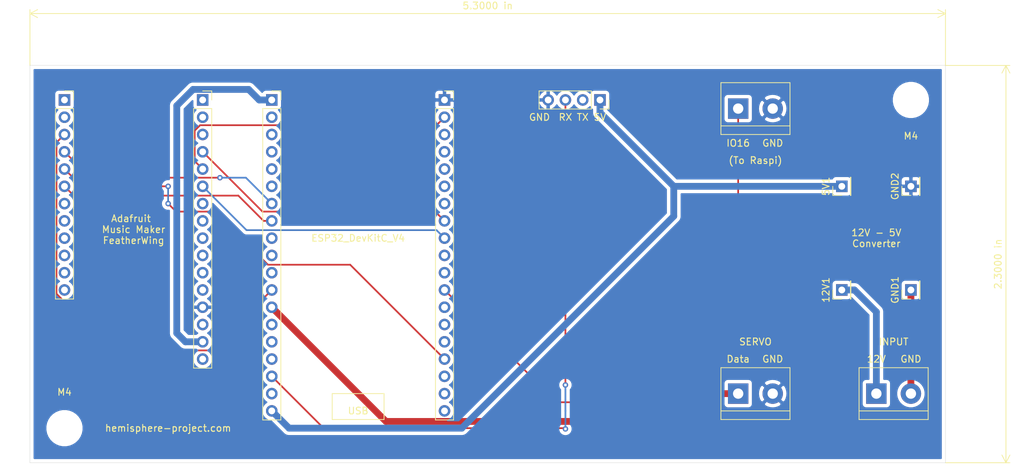
<source format=kicad_pcb>
(kicad_pcb (version 20171130) (host pcbnew "(5.1.2-1)-1")

  (general
    (thickness 1.6)
    (drawings 28)
    (tracks 79)
    (zones 0)
    (modules 14)
    (nets 16)
  )

  (page A4)
  (layers
    (0 F.Cu signal)
    (31 B.Cu signal)
    (32 B.Adhes user)
    (33 F.Adhes user)
    (34 B.Paste user)
    (35 F.Paste user)
    (36 B.SilkS user)
    (37 F.SilkS user)
    (38 B.Mask user)
    (39 F.Mask user)
    (40 Dwgs.User user)
    (41 Cmts.User user)
    (42 Eco1.User user)
    (43 Eco2.User user)
    (44 Edge.Cuts user)
    (45 Margin user)
    (46 B.CrtYd user)
    (47 F.CrtYd user)
    (48 B.Fab user)
    (49 F.Fab user)
  )

  (setup
    (last_trace_width 0.25)
    (user_trace_width 1)
    (trace_clearance 0.2)
    (zone_clearance 0.508)
    (zone_45_only no)
    (trace_min 0.2)
    (via_size 0.8)
    (via_drill 0.4)
    (via_min_size 0.4)
    (via_min_drill 0.3)
    (uvia_size 0.3)
    (uvia_drill 0.1)
    (uvias_allowed no)
    (uvia_min_size 0.2)
    (uvia_min_drill 0.1)
    (edge_width 0.05)
    (segment_width 0.2)
    (pcb_text_width 0.3)
    (pcb_text_size 1.5 1.5)
    (mod_edge_width 0.12)
    (mod_text_size 1 1)
    (mod_text_width 0.15)
    (pad_size 1.524 1.524)
    (pad_drill 0.762)
    (pad_to_mask_clearance 0.051)
    (solder_mask_min_width 0.25)
    (aux_axis_origin 0 0)
    (visible_elements FFFFFF7F)
    (pcbplotparams
      (layerselection 0x010fc_ffffffff)
      (usegerberextensions false)
      (usegerberattributes false)
      (usegerberadvancedattributes false)
      (creategerberjobfile false)
      (excludeedgelayer true)
      (linewidth 0.100000)
      (plotframeref false)
      (viasonmask false)
      (mode 1)
      (useauxorigin false)
      (hpglpennumber 1)
      (hpglpenspeed 20)
      (hpglpendiameter 15.000000)
      (psnegative false)
      (psa4output false)
      (plotreference true)
      (plotvalue true)
      (plotinvisibletext false)
      (padsonsilk false)
      (subtractmaskfromsilk false)
      (outputformat 1)
      (mirror false)
      (drillshape 1)
      (scaleselection 1)
      (outputdirectory ""))
  )

  (net 0 "")
  (net 1 "Net-(12V-GND1-Pad1)")
  (net 2 "Net-(12V-GND1-Pad2)")
  (net 3 +5V)
  (net 4 3V3)
  (net 5 MP3CS)
  (net 6 XDCS)
  (net 7 SDCS)
  (net 8 ServoData)
  (net 9 RX)
  (net 10 DREQ)
  (net 11 SCK)
  (net 12 MISO)
  (net 13 MOSI)
  (net 14 GND)
  (net 15 BTN)

  (net_class Default "Ceci est la Netclass par défaut."
    (clearance 0.2)
    (trace_width 0.25)
    (via_dia 0.8)
    (via_drill 0.4)
    (uvia_dia 0.3)
    (uvia_drill 0.1)
    (add_net +5V)
    (add_net 3V3)
    (add_net BTN)
    (add_net DREQ)
    (add_net GND)
    (add_net MISO)
    (add_net MOSI)
    (add_net MP3CS)
    (add_net "Net-(12V-GND1-Pad1)")
    (add_net "Net-(12V-GND1-Pad2)")
    (add_net RX)
    (add_net SCK)
    (add_net SDCS)
    (add_net ServoData)
    (add_net XDCS)
  )

  (module MountingHole:MountingHole_4.3mm_M4 (layer F.Cu) (tedit 56D1B4CB) (tstamp 5DCDF026)
    (at 68.58 96.52)
    (descr "Mounting Hole 4.3mm, no annular, M4")
    (tags "mounting hole 4.3mm no annular m4")
    (attr virtual)
    (fp_text reference M4 (at 0 -5.3) (layer F.SilkS)
      (effects (font (size 1 1) (thickness 0.15)))
    )
    (fp_text value MountingHole_4.3mm_M4 (at 0 5.3) (layer F.Fab)
      (effects (font (size 1 1) (thickness 0.15)))
    )
    (fp_circle (center 0 0) (end 4.55 0) (layer F.CrtYd) (width 0.05))
    (fp_circle (center 0 0) (end 4.3 0) (layer Cmts.User) (width 0.15))
    (fp_text user %R (at 0.3 0) (layer F.Fab)
      (effects (font (size 1 1) (thickness 0.15)))
    )
    (pad 1 np_thru_hole circle (at 0 0) (size 4.3 4.3) (drill 4.3) (layers *.Cu *.Mask))
  )

  (module MountingHole:MountingHole_4.3mm_M4 (layer F.Cu) (tedit 56D1B4CB) (tstamp 5DCDF002)
    (at 193.04 48.26 180)
    (descr "Mounting Hole 4.3mm, no annular, M4")
    (tags "mounting hole 4.3mm no annular m4")
    (attr virtual)
    (fp_text reference M4 (at 0 -5.3) (layer F.SilkS)
      (effects (font (size 1 1) (thickness 0.15)))
    )
    (fp_text value MountingHole_4.3mm_M4 (at 0 5.3) (layer F.Fab)
      (effects (font (size 1 1) (thickness 0.15)))
    )
    (fp_circle (center 0 0) (end 4.55 0) (layer F.CrtYd) (width 0.05))
    (fp_circle (center 0 0) (end 4.3 0) (layer Cmts.User) (width 0.15))
    (fp_text user %R (at 0.3 0) (layer F.Fab)
      (effects (font (size 1 1) (thickness 0.15)))
    )
    (pad 1 np_thru_hole circle (at 0 0 180) (size 4.3 4.3) (drill 4.3) (layers *.Cu *.Mask))
  )

  (module Connector_PinSocket_2.54mm:PinSocket_1x16_P2.54mm_Vertical (layer F.Cu) (tedit 5A19A41E) (tstamp 5DCD96B6)
    (at 88.9 48.26)
    (descr "Through hole straight socket strip, 1x16, 2.54mm pitch, single row (from Kicad 4.0.7), script generated")
    (tags "Through hole socket strip THT 1x16 2.54mm single row")
    (path /5DD1DD42)
    (fp_text reference MusicMaker_Right1 (at 0 -2.77) (layer F.SilkS) hide
      (effects (font (size 1 1) (thickness 0.15)))
    )
    (fp_text value Conn_01x16 (at 0 40.87) (layer F.Fab)
      (effects (font (size 1 1) (thickness 0.15)))
    )
    (fp_line (start -1.27 -1.27) (end 0.635 -1.27) (layer F.Fab) (width 0.1))
    (fp_line (start 0.635 -1.27) (end 1.27 -0.635) (layer F.Fab) (width 0.1))
    (fp_line (start 1.27 -0.635) (end 1.27 39.37) (layer F.Fab) (width 0.1))
    (fp_line (start 1.27 39.37) (end -1.27 39.37) (layer F.Fab) (width 0.1))
    (fp_line (start -1.27 39.37) (end -1.27 -1.27) (layer F.Fab) (width 0.1))
    (fp_line (start -1.33 1.27) (end 1.33 1.27) (layer F.SilkS) (width 0.12))
    (fp_line (start -1.33 1.27) (end -1.33 39.43) (layer F.SilkS) (width 0.12))
    (fp_line (start -1.33 39.43) (end 1.33 39.43) (layer F.SilkS) (width 0.12))
    (fp_line (start 1.33 1.27) (end 1.33 39.43) (layer F.SilkS) (width 0.12))
    (fp_line (start 1.33 -1.33) (end 1.33 0) (layer F.SilkS) (width 0.12))
    (fp_line (start 0 -1.33) (end 1.33 -1.33) (layer F.SilkS) (width 0.12))
    (fp_line (start -1.8 -1.8) (end 1.75 -1.8) (layer F.CrtYd) (width 0.05))
    (fp_line (start 1.75 -1.8) (end 1.75 39.9) (layer F.CrtYd) (width 0.05))
    (fp_line (start 1.75 39.9) (end -1.8 39.9) (layer F.CrtYd) (width 0.05))
    (fp_line (start -1.8 39.9) (end -1.8 -1.8) (layer F.CrtYd) (width 0.05))
    (fp_text user %R (at 0 19.05 90) (layer F.Fab)
      (effects (font (size 1 1) (thickness 0.15)))
    )
    (pad 1 thru_hole rect (at 0 0) (size 1.7 1.7) (drill 1) (layers *.Cu *.Mask))
    (pad 2 thru_hole oval (at 0 2.54) (size 1.7 1.7) (drill 1) (layers *.Cu *.Mask))
    (pad 3 thru_hole oval (at 0 5.08) (size 1.7 1.7) (drill 1) (layers *.Cu *.Mask))
    (pad 4 thru_hole oval (at 0 7.62) (size 1.7 1.7) (drill 1) (layers *.Cu *.Mask)
      (net 12 MISO))
    (pad 5 thru_hole oval (at 0 10.16) (size 1.7 1.7) (drill 1) (layers *.Cu *.Mask)
      (net 13 MOSI))
    (pad 6 thru_hole oval (at 0 12.7) (size 1.7 1.7) (drill 1) (layers *.Cu *.Mask)
      (net 11 SCK))
    (pad 7 thru_hole oval (at 0 15.24) (size 1.7 1.7) (drill 1) (layers *.Cu *.Mask))
    (pad 8 thru_hole oval (at 0 17.78) (size 1.7 1.7) (drill 1) (layers *.Cu *.Mask))
    (pad 9 thru_hole oval (at 0 20.32) (size 1.7 1.7) (drill 1) (layers *.Cu *.Mask))
    (pad 10 thru_hole oval (at 0 22.86) (size 1.7 1.7) (drill 1) (layers *.Cu *.Mask))
    (pad 11 thru_hole oval (at 0 25.4) (size 1.7 1.7) (drill 1) (layers *.Cu *.Mask))
    (pad 12 thru_hole oval (at 0 27.94) (size 1.7 1.7) (drill 1) (layers *.Cu *.Mask))
    (pad 13 thru_hole oval (at 0 30.48) (size 1.7 1.7) (drill 1) (layers *.Cu *.Mask)
      (net 14 GND))
    (pad 14 thru_hole oval (at 0 33.02) (size 1.7 1.7) (drill 1) (layers *.Cu *.Mask))
    (pad 15 thru_hole oval (at 0 35.56) (size 1.7 1.7) (drill 1) (layers *.Cu *.Mask)
      (net 4 3V3))
    (pad 16 thru_hole oval (at 0 38.1) (size 1.7 1.7) (drill 1) (layers *.Cu *.Mask))
    (model ${KISYS3DMOD}/Connector_PinSocket_2.54mm.3dshapes/PinSocket_1x16_P2.54mm_Vertical.wrl
      (at (xyz 0 0 0))
      (scale (xyz 1 1 1))
      (rotate (xyz 0 0 0))
    )
  )

  (module Connector_PinSocket_2.54mm:PinSocket_1x19_P2.54mm_Vertical (layer F.Cu) (tedit 5A19A430) (tstamp 5DCD8F67)
    (at 99.06 48.26)
    (descr "Through hole straight socket strip, 1x19, 2.54mm pitch, single row (from Kicad 4.0.7), script generated")
    (tags "Through hole socket strip THT 1x19 2.54mm single row")
    (path /5DCED2C2)
    (fp_text reference ESP32_L1 (at 0 -2.77) (layer F.SilkS) hide
      (effects (font (size 1 1) (thickness 0.15)))
    )
    (fp_text value ESP32_DevKitC_Left (at 0 48.49) (layer F.Fab)
      (effects (font (size 1 1) (thickness 0.15)))
    )
    (fp_line (start -1.27 -1.27) (end 0.635 -1.27) (layer F.Fab) (width 0.1))
    (fp_line (start 0.635 -1.27) (end 1.27 -0.635) (layer F.Fab) (width 0.1))
    (fp_line (start 1.27 -0.635) (end 1.27 46.99) (layer F.Fab) (width 0.1))
    (fp_line (start 1.27 46.99) (end -1.27 46.99) (layer F.Fab) (width 0.1))
    (fp_line (start -1.27 46.99) (end -1.27 -1.27) (layer F.Fab) (width 0.1))
    (fp_line (start -1.33 1.27) (end 1.33 1.27) (layer F.SilkS) (width 0.12))
    (fp_line (start -1.33 1.27) (end -1.33 47.05) (layer F.SilkS) (width 0.12))
    (fp_line (start -1.33 47.05) (end 1.33 47.05) (layer F.SilkS) (width 0.12))
    (fp_line (start 1.33 1.27) (end 1.33 47.05) (layer F.SilkS) (width 0.12))
    (fp_line (start 1.33 -1.33) (end 1.33 0) (layer F.SilkS) (width 0.12))
    (fp_line (start 0 -1.33) (end 1.33 -1.33) (layer F.SilkS) (width 0.12))
    (fp_line (start -1.8 -1.8) (end 1.75 -1.8) (layer F.CrtYd) (width 0.05))
    (fp_line (start 1.75 -1.8) (end 1.75 47.5) (layer F.CrtYd) (width 0.05))
    (fp_line (start 1.75 47.5) (end -1.8 47.5) (layer F.CrtYd) (width 0.05))
    (fp_line (start -1.8 47.5) (end -1.8 -1.8) (layer F.CrtYd) (width 0.05))
    (fp_text user %R (at 0 22.86 90) (layer F.Fab)
      (effects (font (size 1 1) (thickness 0.15)))
    )
    (pad 1 thru_hole rect (at 0 0) (size 1.7 1.7) (drill 1) (layers *.Cu *.Mask)
      (net 4 3V3))
    (pad 2 thru_hole oval (at 0 2.54) (size 1.7 1.7) (drill 1) (layers *.Cu *.Mask))
    (pad 3 thru_hole oval (at 0 5.08) (size 1.7 1.7) (drill 1) (layers *.Cu *.Mask))
    (pad 4 thru_hole oval (at 0 7.62) (size 1.7 1.7) (drill 1) (layers *.Cu *.Mask))
    (pad 5 thru_hole oval (at 0 10.16) (size 1.7 1.7) (drill 1) (layers *.Cu *.Mask))
    (pad 6 thru_hole oval (at 0 12.7) (size 1.7 1.7) (drill 1) (layers *.Cu *.Mask))
    (pad 7 thru_hole oval (at 0 15.24) (size 1.7 1.7) (drill 1) (layers *.Cu *.Mask)
      (net 5 MP3CS))
    (pad 8 thru_hole oval (at 0 17.78) (size 1.7 1.7) (drill 1) (layers *.Cu *.Mask)
      (net 6 XDCS))
    (pad 9 thru_hole oval (at 0 20.32) (size 1.7 1.7) (drill 1) (layers *.Cu *.Mask))
    (pad 10 thru_hole oval (at 0 22.86) (size 1.7 1.7) (drill 1) (layers *.Cu *.Mask))
    (pad 11 thru_hole oval (at 0 25.4) (size 1.7 1.7) (drill 1) (layers *.Cu *.Mask))
    (pad 12 thru_hole oval (at 0 27.94) (size 1.7 1.7) (drill 1) (layers *.Cu *.Mask)
      (net 7 SDCS))
    (pad 13 thru_hole oval (at 0 30.48) (size 1.7 1.7) (drill 1) (layers *.Cu *.Mask)
      (net 8 ServoData))
    (pad 14 thru_hole oval (at 0 33.02) (size 1.7 1.7) (drill 1) (layers *.Cu *.Mask))
    (pad 15 thru_hole oval (at 0 35.56) (size 1.7 1.7) (drill 1) (layers *.Cu *.Mask))
    (pad 16 thru_hole oval (at 0 38.1) (size 1.7 1.7) (drill 1) (layers *.Cu *.Mask))
    (pad 17 thru_hole oval (at 0 40.64) (size 1.7 1.7) (drill 1) (layers *.Cu *.Mask)
      (net 9 RX))
    (pad 18 thru_hole oval (at 0 43.18) (size 1.7 1.7) (drill 1) (layers *.Cu *.Mask))
    (pad 19 thru_hole oval (at 0 45.72) (size 1.7 1.7) (drill 1) (layers *.Cu *.Mask)
      (net 3 +5V))
    (model ${KISYS3DMOD}/Connector_PinSocket_2.54mm.3dshapes/PinSocket_1x19_P2.54mm_Vertical.wrl
      (at (xyz 0 0 0))
      (scale (xyz 1 1 1))
      (rotate (xyz 0 0 0))
    )
  )

  (module Connector_PinHeader_2.54mm:PinHeader_1x01_P2.54mm_Vertical (layer F.Cu) (tedit 59FED5CC) (tstamp 5DCDE89C)
    (at 182.88 76.2 90)
    (descr "Through hole straight pin header, 1x01, 2.54mm pitch, single row")
    (tags "Through hole pin header THT 1x01 2.54mm single row")
    (path /5DD14FF9)
    (fp_text reference 12V1 (at 0 -2.33 90) (layer F.SilkS)
      (effects (font (size 1 1) (thickness 0.15)))
    )
    (fp_text value Conn_01x01 (at 0 2.33 90) (layer F.Fab)
      (effects (font (size 1 1) (thickness 0.15)))
    )
    (fp_line (start -0.635 -1.27) (end 1.27 -1.27) (layer F.Fab) (width 0.1))
    (fp_line (start 1.27 -1.27) (end 1.27 1.27) (layer F.Fab) (width 0.1))
    (fp_line (start 1.27 1.27) (end -1.27 1.27) (layer F.Fab) (width 0.1))
    (fp_line (start -1.27 1.27) (end -1.27 -0.635) (layer F.Fab) (width 0.1))
    (fp_line (start -1.27 -0.635) (end -0.635 -1.27) (layer F.Fab) (width 0.1))
    (fp_line (start -1.33 1.33) (end 1.33 1.33) (layer F.SilkS) (width 0.12))
    (fp_line (start -1.33 1.27) (end -1.33 1.33) (layer F.SilkS) (width 0.12))
    (fp_line (start 1.33 1.27) (end 1.33 1.33) (layer F.SilkS) (width 0.12))
    (fp_line (start -1.33 1.27) (end 1.33 1.27) (layer F.SilkS) (width 0.12))
    (fp_line (start -1.33 0) (end -1.33 -1.33) (layer F.SilkS) (width 0.12))
    (fp_line (start -1.33 -1.33) (end 0 -1.33) (layer F.SilkS) (width 0.12))
    (fp_line (start -1.8 -1.8) (end -1.8 1.8) (layer F.CrtYd) (width 0.05))
    (fp_line (start -1.8 1.8) (end 1.8 1.8) (layer F.CrtYd) (width 0.05))
    (fp_line (start 1.8 1.8) (end 1.8 -1.8) (layer F.CrtYd) (width 0.05))
    (fp_line (start 1.8 -1.8) (end -1.8 -1.8) (layer F.CrtYd) (width 0.05))
    (fp_text user %R (at 0 0) (layer F.Fab)
      (effects (font (size 1 1) (thickness 0.15)))
    )
    (pad 1 thru_hole rect (at 0 0 90) (size 1.7 1.7) (drill 1) (layers *.Cu *.Mask)
      (net 1 "Net-(12V-GND1-Pad1)"))
    (model ${KISYS3DMOD}/Connector_PinHeader_2.54mm.3dshapes/PinHeader_1x01_P2.54mm_Vertical.wrl
      (at (xyz 0 0 0))
      (scale (xyz 1 1 1))
      (rotate (xyz 0 0 0))
    )
  )

  (module TerminalBlock:TerminalBlock_bornier-2_P5.08mm (layer F.Cu) (tedit 59FF03AB) (tstamp 5DCDE8B1)
    (at 187.96 91.44)
    (descr "simple 2-pin terminal block, pitch 5.08mm, revamped version of bornier2")
    (tags "terminal block bornier2")
    (path /5DD10982)
    (fp_text reference 12V-GND1 (at 2.54 -5.08) (layer F.SilkS) hide
      (effects (font (size 1 1) (thickness 0.15)))
    )
    (fp_text value Screw_Terminal_01x02 (at 2.54 5.08) (layer F.Fab)
      (effects (font (size 1 1) (thickness 0.15)))
    )
    (fp_line (start 7.79 4) (end -2.71 4) (layer F.CrtYd) (width 0.05))
    (fp_line (start 7.79 4) (end 7.79 -4) (layer F.CrtYd) (width 0.05))
    (fp_line (start -2.71 -4) (end -2.71 4) (layer F.CrtYd) (width 0.05))
    (fp_line (start -2.71 -4) (end 7.79 -4) (layer F.CrtYd) (width 0.05))
    (fp_line (start -2.54 3.81) (end 7.62 3.81) (layer F.SilkS) (width 0.12))
    (fp_line (start -2.54 -3.81) (end -2.54 3.81) (layer F.SilkS) (width 0.12))
    (fp_line (start 7.62 -3.81) (end -2.54 -3.81) (layer F.SilkS) (width 0.12))
    (fp_line (start 7.62 3.81) (end 7.62 -3.81) (layer F.SilkS) (width 0.12))
    (fp_line (start 7.62 2.54) (end -2.54 2.54) (layer F.SilkS) (width 0.12))
    (fp_line (start 7.54 -3.75) (end -2.46 -3.75) (layer F.Fab) (width 0.1))
    (fp_line (start 7.54 3.75) (end 7.54 -3.75) (layer F.Fab) (width 0.1))
    (fp_line (start -2.46 3.75) (end 7.54 3.75) (layer F.Fab) (width 0.1))
    (fp_line (start -2.46 -3.75) (end -2.46 3.75) (layer F.Fab) (width 0.1))
    (fp_line (start -2.41 2.55) (end 7.49 2.55) (layer F.Fab) (width 0.1))
    (fp_text user %R (at 2.54 0) (layer F.Fab)
      (effects (font (size 1 1) (thickness 0.15)))
    )
    (pad 2 thru_hole circle (at 5.08 0) (size 3 3) (drill 1.52) (layers *.Cu *.Mask)
      (net 2 "Net-(12V-GND1-Pad2)"))
    (pad 1 thru_hole rect (at 0 0) (size 3 3) (drill 1.52) (layers *.Cu *.Mask)
      (net 1 "Net-(12V-GND1-Pad1)"))
    (model ${KISYS3DMOD}/TerminalBlock.3dshapes/TerminalBlock_bornier-2_P5.08mm.wrl
      (offset (xyz 2.539999961853027 0 0))
      (scale (xyz 1 1 1))
      (rotate (xyz 0 0 0))
    )
  )

  (module Connector_PinHeader_2.54mm:PinHeader_1x01_P2.54mm_Vertical (layer F.Cu) (tedit 59FED5CC) (tstamp 5DCDE8C6)
    (at 182.88 60.96 90)
    (descr "Through hole straight pin header, 1x01, 2.54mm pitch, single row")
    (tags "Through hole pin header THT 1x01 2.54mm single row")
    (path /5DD16FF6)
    (fp_text reference 5V1 (at 0 -2.33 90) (layer F.SilkS)
      (effects (font (size 1 1) (thickness 0.15)))
    )
    (fp_text value Conn_01x01 (at 0 2.33 90) (layer F.Fab)
      (effects (font (size 1 1) (thickness 0.15)))
    )
    (fp_line (start -0.635 -1.27) (end 1.27 -1.27) (layer F.Fab) (width 0.1))
    (fp_line (start 1.27 -1.27) (end 1.27 1.27) (layer F.Fab) (width 0.1))
    (fp_line (start 1.27 1.27) (end -1.27 1.27) (layer F.Fab) (width 0.1))
    (fp_line (start -1.27 1.27) (end -1.27 -0.635) (layer F.Fab) (width 0.1))
    (fp_line (start -1.27 -0.635) (end -0.635 -1.27) (layer F.Fab) (width 0.1))
    (fp_line (start -1.33 1.33) (end 1.33 1.33) (layer F.SilkS) (width 0.12))
    (fp_line (start -1.33 1.27) (end -1.33 1.33) (layer F.SilkS) (width 0.12))
    (fp_line (start 1.33 1.27) (end 1.33 1.33) (layer F.SilkS) (width 0.12))
    (fp_line (start -1.33 1.27) (end 1.33 1.27) (layer F.SilkS) (width 0.12))
    (fp_line (start -1.33 0) (end -1.33 -1.33) (layer F.SilkS) (width 0.12))
    (fp_line (start -1.33 -1.33) (end 0 -1.33) (layer F.SilkS) (width 0.12))
    (fp_line (start -1.8 -1.8) (end -1.8 1.8) (layer F.CrtYd) (width 0.05))
    (fp_line (start -1.8 1.8) (end 1.8 1.8) (layer F.CrtYd) (width 0.05))
    (fp_line (start 1.8 1.8) (end 1.8 -1.8) (layer F.CrtYd) (width 0.05))
    (fp_line (start 1.8 -1.8) (end -1.8 -1.8) (layer F.CrtYd) (width 0.05))
    (fp_text user %R (at 0 0) (layer F.Fab)
      (effects (font (size 1 1) (thickness 0.15)))
    )
    (pad 1 thru_hole rect (at 0 0 90) (size 1.7 1.7) (drill 1) (layers *.Cu *.Mask)
      (net 3 +5V))
    (model ${KISYS3DMOD}/Connector_PinHeader_2.54mm.3dshapes/PinHeader_1x01_P2.54mm_Vertical.wrl
      (at (xyz 0 0 0))
      (scale (xyz 1 1 1))
      (rotate (xyz 0 0 0))
    )
  )

  (module Connector_PinHeader_2.54mm:PinHeader_1x01_P2.54mm_Vertical (layer F.Cu) (tedit 59FED5CC) (tstamp 5DCDE929)
    (at 193.04 76.2 90)
    (descr "Through hole straight pin header, 1x01, 2.54mm pitch, single row")
    (tags "Through hole pin header THT 1x01 2.54mm single row")
    (path /5DD16AAC)
    (fp_text reference GND1 (at 0 -2.33 90) (layer F.SilkS)
      (effects (font (size 1 1) (thickness 0.15)))
    )
    (fp_text value Conn_01x01 (at 0 2.33 90) (layer F.Fab)
      (effects (font (size 1 1) (thickness 0.15)))
    )
    (fp_text user %R (at 0 0) (layer F.Fab)
      (effects (font (size 1 1) (thickness 0.15)))
    )
    (fp_line (start 1.8 -1.8) (end -1.8 -1.8) (layer F.CrtYd) (width 0.05))
    (fp_line (start 1.8 1.8) (end 1.8 -1.8) (layer F.CrtYd) (width 0.05))
    (fp_line (start -1.8 1.8) (end 1.8 1.8) (layer F.CrtYd) (width 0.05))
    (fp_line (start -1.8 -1.8) (end -1.8 1.8) (layer F.CrtYd) (width 0.05))
    (fp_line (start -1.33 -1.33) (end 0 -1.33) (layer F.SilkS) (width 0.12))
    (fp_line (start -1.33 0) (end -1.33 -1.33) (layer F.SilkS) (width 0.12))
    (fp_line (start -1.33 1.27) (end 1.33 1.27) (layer F.SilkS) (width 0.12))
    (fp_line (start 1.33 1.27) (end 1.33 1.33) (layer F.SilkS) (width 0.12))
    (fp_line (start -1.33 1.27) (end -1.33 1.33) (layer F.SilkS) (width 0.12))
    (fp_line (start -1.33 1.33) (end 1.33 1.33) (layer F.SilkS) (width 0.12))
    (fp_line (start -1.27 -0.635) (end -0.635 -1.27) (layer F.Fab) (width 0.1))
    (fp_line (start -1.27 1.27) (end -1.27 -0.635) (layer F.Fab) (width 0.1))
    (fp_line (start 1.27 1.27) (end -1.27 1.27) (layer F.Fab) (width 0.1))
    (fp_line (start 1.27 -1.27) (end 1.27 1.27) (layer F.Fab) (width 0.1))
    (fp_line (start -0.635 -1.27) (end 1.27 -1.27) (layer F.Fab) (width 0.1))
    (pad 1 thru_hole rect (at 0 0 90) (size 1.7 1.7) (drill 1) (layers *.Cu *.Mask)
      (net 2 "Net-(12V-GND1-Pad2)"))
    (model ${KISYS3DMOD}/Connector_PinHeader_2.54mm.3dshapes/PinHeader_1x01_P2.54mm_Vertical.wrl
      (at (xyz 0 0 0))
      (scale (xyz 1 1 1))
      (rotate (xyz 0 0 0))
    )
  )

  (module Connector_PinHeader_2.54mm:PinHeader_1x01_P2.54mm_Vertical (layer F.Cu) (tedit 59FED5CC) (tstamp 5DCDE93E)
    (at 193.04 60.96 90)
    (descr "Through hole straight pin header, 1x01, 2.54mm pitch, single row")
    (tags "Through hole pin header THT 1x01 2.54mm single row")
    (path /5DD172E1)
    (fp_text reference GND2 (at 0 -2.33 90) (layer F.SilkS)
      (effects (font (size 1 1) (thickness 0.15)))
    )
    (fp_text value Conn_01x01 (at 0 2.33 90) (layer F.Fab)
      (effects (font (size 1 1) (thickness 0.15)))
    )
    (fp_text user %R (at 0 0) (layer F.Fab)
      (effects (font (size 1 1) (thickness 0.15)))
    )
    (fp_line (start 1.8 -1.8) (end -1.8 -1.8) (layer F.CrtYd) (width 0.05))
    (fp_line (start 1.8 1.8) (end 1.8 -1.8) (layer F.CrtYd) (width 0.05))
    (fp_line (start -1.8 1.8) (end 1.8 1.8) (layer F.CrtYd) (width 0.05))
    (fp_line (start -1.8 -1.8) (end -1.8 1.8) (layer F.CrtYd) (width 0.05))
    (fp_line (start -1.33 -1.33) (end 0 -1.33) (layer F.SilkS) (width 0.12))
    (fp_line (start -1.33 0) (end -1.33 -1.33) (layer F.SilkS) (width 0.12))
    (fp_line (start -1.33 1.27) (end 1.33 1.27) (layer F.SilkS) (width 0.12))
    (fp_line (start 1.33 1.27) (end 1.33 1.33) (layer F.SilkS) (width 0.12))
    (fp_line (start -1.33 1.27) (end -1.33 1.33) (layer F.SilkS) (width 0.12))
    (fp_line (start -1.33 1.33) (end 1.33 1.33) (layer F.SilkS) (width 0.12))
    (fp_line (start -1.27 -0.635) (end -0.635 -1.27) (layer F.Fab) (width 0.1))
    (fp_line (start -1.27 1.27) (end -1.27 -0.635) (layer F.Fab) (width 0.1))
    (fp_line (start 1.27 1.27) (end -1.27 1.27) (layer F.Fab) (width 0.1))
    (fp_line (start 1.27 -1.27) (end 1.27 1.27) (layer F.Fab) (width 0.1))
    (fp_line (start -0.635 -1.27) (end 1.27 -1.27) (layer F.Fab) (width 0.1))
    (pad 1 thru_hole rect (at 0 0 90) (size 1.7 1.7) (drill 1) (layers *.Cu *.Mask)
      (net 14 GND))
    (model ${KISYS3DMOD}/Connector_PinHeader_2.54mm.3dshapes/PinHeader_1x01_P2.54mm_Vertical.wrl
      (at (xyz 0 0 0))
      (scale (xyz 1 1 1))
      (rotate (xyz 0 0 0))
    )
  )

  (module TerminalBlock:TerminalBlock_bornier-2_P5.08mm (layer F.Cu) (tedit 59FF03AB) (tstamp 5DCDE9AF)
    (at 167.64 91.44)
    (descr "simple 2-pin terminal block, pitch 5.08mm, revamped version of bornier2")
    (tags "terminal block bornier2")
    (path /5DD13B37)
    (fp_text reference ServoData-GND1 (at 2.54 -5.08) (layer F.SilkS) hide
      (effects (font (size 1 1) (thickness 0.15)))
    )
    (fp_text value Screw_Terminal_01x02 (at 2.54 5.08) (layer F.Fab)
      (effects (font (size 1 1) (thickness 0.15)))
    )
    (fp_text user %R (at 2.54 0) (layer F.Fab)
      (effects (font (size 1 1) (thickness 0.15)))
    )
    (fp_line (start -2.41 2.55) (end 7.49 2.55) (layer F.Fab) (width 0.1))
    (fp_line (start -2.46 -3.75) (end -2.46 3.75) (layer F.Fab) (width 0.1))
    (fp_line (start -2.46 3.75) (end 7.54 3.75) (layer F.Fab) (width 0.1))
    (fp_line (start 7.54 3.75) (end 7.54 -3.75) (layer F.Fab) (width 0.1))
    (fp_line (start 7.54 -3.75) (end -2.46 -3.75) (layer F.Fab) (width 0.1))
    (fp_line (start 7.62 2.54) (end -2.54 2.54) (layer F.SilkS) (width 0.12))
    (fp_line (start 7.62 3.81) (end 7.62 -3.81) (layer F.SilkS) (width 0.12))
    (fp_line (start 7.62 -3.81) (end -2.54 -3.81) (layer F.SilkS) (width 0.12))
    (fp_line (start -2.54 -3.81) (end -2.54 3.81) (layer F.SilkS) (width 0.12))
    (fp_line (start -2.54 3.81) (end 7.62 3.81) (layer F.SilkS) (width 0.12))
    (fp_line (start -2.71 -4) (end 7.79 -4) (layer F.CrtYd) (width 0.05))
    (fp_line (start -2.71 -4) (end -2.71 4) (layer F.CrtYd) (width 0.05))
    (fp_line (start 7.79 4) (end 7.79 -4) (layer F.CrtYd) (width 0.05))
    (fp_line (start 7.79 4) (end -2.71 4) (layer F.CrtYd) (width 0.05))
    (pad 1 thru_hole rect (at 0 0) (size 3 3) (drill 1.52) (layers *.Cu *.Mask)
      (net 8 ServoData))
    (pad 2 thru_hole circle (at 5.08 0) (size 3 3) (drill 1.52) (layers *.Cu *.Mask)
      (net 14 GND))
    (model ${KISYS3DMOD}/TerminalBlock.3dshapes/TerminalBlock_bornier-2_P5.08mm.wrl
      (offset (xyz 2.539999961853027 0 0))
      (scale (xyz 1 1 1))
      (rotate (xyz 0 0 0))
    )
  )

  (module Connector_PinSocket_2.54mm:PinSocket_1x19_P2.54mm_Vertical (layer F.Cu) (tedit 5A19A430) (tstamp 5DCD9671)
    (at 124.46 48.26)
    (descr "Through hole straight socket strip, 1x19, 2.54mm pitch, single row (from Kicad 4.0.7), script generated")
    (tags "Through hole socket strip THT 1x19 2.54mm single row")
    (path /5DCD3C29)
    (fp_text reference ESP32_R1 (at 0 -2.77) (layer F.SilkS) hide
      (effects (font (size 1 1) (thickness 0.15)))
    )
    (fp_text value ESP32_DevKitC_Right (at 0 48.49) (layer F.Fab)
      (effects (font (size 1 1) (thickness 0.15)))
    )
    (fp_line (start -1.27 -1.27) (end 0.635 -1.27) (layer F.Fab) (width 0.1))
    (fp_line (start 0.635 -1.27) (end 1.27 -0.635) (layer F.Fab) (width 0.1))
    (fp_line (start 1.27 -0.635) (end 1.27 46.99) (layer F.Fab) (width 0.1))
    (fp_line (start 1.27 46.99) (end -1.27 46.99) (layer F.Fab) (width 0.1))
    (fp_line (start -1.27 46.99) (end -1.27 -1.27) (layer F.Fab) (width 0.1))
    (fp_line (start -1.33 1.27) (end 1.33 1.27) (layer F.SilkS) (width 0.12))
    (fp_line (start -1.33 1.27) (end -1.33 47.05) (layer F.SilkS) (width 0.12))
    (fp_line (start -1.33 47.05) (end 1.33 47.05) (layer F.SilkS) (width 0.12))
    (fp_line (start 1.33 1.27) (end 1.33 47.05) (layer F.SilkS) (width 0.12))
    (fp_line (start 1.33 -1.33) (end 1.33 0) (layer F.SilkS) (width 0.12))
    (fp_line (start 0 -1.33) (end 1.33 -1.33) (layer F.SilkS) (width 0.12))
    (fp_line (start -1.8 -1.8) (end 1.75 -1.8) (layer F.CrtYd) (width 0.05))
    (fp_line (start 1.75 -1.8) (end 1.75 47.5) (layer F.CrtYd) (width 0.05))
    (fp_line (start 1.75 47.5) (end -1.8 47.5) (layer F.CrtYd) (width 0.05))
    (fp_line (start -1.8 47.5) (end -1.8 -1.8) (layer F.CrtYd) (width 0.05))
    (fp_text user %R (at 0 22.86 90) (layer F.Fab)
      (effects (font (size 1 1) (thickness 0.15)))
    )
    (pad 1 thru_hole rect (at 0 0) (size 1.7 1.7) (drill 1) (layers *.Cu *.Mask)
      (net 14 GND))
    (pad 2 thru_hole oval (at 0 2.54) (size 1.7 1.7) (drill 1) (layers *.Cu *.Mask)
      (net 13 MOSI))
    (pad 3 thru_hole oval (at 0 5.08) (size 1.7 1.7) (drill 1) (layers *.Cu *.Mask))
    (pad 4 thru_hole oval (at 0 7.62) (size 1.7 1.7) (drill 1) (layers *.Cu *.Mask))
    (pad 5 thru_hole oval (at 0 10.16) (size 1.7 1.7) (drill 1) (layers *.Cu *.Mask))
    (pad 6 thru_hole oval (at 0 12.7) (size 1.7 1.7) (drill 1) (layers *.Cu *.Mask))
    (pad 7 thru_hole oval (at 0 15.24) (size 1.7 1.7) (drill 1) (layers *.Cu *.Mask))
    (pad 8 thru_hole oval (at 0 17.78) (size 1.7 1.7) (drill 1) (layers *.Cu *.Mask)
      (net 12 MISO))
    (pad 9 thru_hole oval (at 0 20.32) (size 1.7 1.7) (drill 1) (layers *.Cu *.Mask)
      (net 11 SCK))
    (pad 10 thru_hole oval (at 0 22.86) (size 1.7 1.7) (drill 1) (layers *.Cu *.Mask))
    (pad 11 thru_hole oval (at 0 25.4) (size 1.7 1.7) (drill 1) (layers *.Cu *.Mask))
    (pad 12 thru_hole oval (at 0 27.94) (size 1.7 1.7) (drill 1) (layers *.Cu *.Mask)
      (net 15 BTN))
    (pad 13 thru_hole oval (at 0 30.48) (size 1.7 1.7) (drill 1) (layers *.Cu *.Mask))
    (pad 14 thru_hole oval (at 0 33.02) (size 1.7 1.7) (drill 1) (layers *.Cu *.Mask))
    (pad 15 thru_hole oval (at 0 35.56) (size 1.7 1.7) (drill 1) (layers *.Cu *.Mask))
    (pad 16 thru_hole oval (at 0 38.1) (size 1.7 1.7) (drill 1) (layers *.Cu *.Mask)
      (net 10 DREQ))
    (pad 17 thru_hole oval (at 0 40.64) (size 1.7 1.7) (drill 1) (layers *.Cu *.Mask))
    (pad 18 thru_hole oval (at 0 43.18) (size 1.7 1.7) (drill 1) (layers *.Cu *.Mask))
    (pad 19 thru_hole oval (at 0 45.72) (size 1.7 1.7) (drill 1) (layers *.Cu *.Mask))
    (model ${KISYS3DMOD}/Connector_PinSocket_2.54mm.3dshapes/PinSocket_1x19_P2.54mm_Vertical.wrl
      (at (xyz 0 0 0))
      (scale (xyz 1 1 1))
      (rotate (xyz 0 0 0))
    )
  )

  (module Connector_PinSocket_2.54mm:PinSocket_1x12_P2.54mm_Vertical (layer F.Cu) (tedit 5A19A41D) (tstamp 5DCD9697)
    (at 68.58 48.26)
    (descr "Through hole straight socket strip, 1x12, 2.54mm pitch, single row (from Kicad 4.0.7), script generated")
    (tags "Through hole socket strip THT 1x12 2.54mm single row")
    (path /5DCF2197)
    (fp_text reference MusicMaker_Left1 (at 0 -2.77) (layer F.SilkS) hide
      (effects (font (size 1 1) (thickness 0.15)))
    )
    (fp_text value Conn_01x12 (at 0 30.71) (layer F.Fab)
      (effects (font (size 1 1) (thickness 0.15)))
    )
    (fp_line (start -1.27 -1.27) (end 0.635 -1.27) (layer F.Fab) (width 0.1))
    (fp_line (start 0.635 -1.27) (end 1.27 -0.635) (layer F.Fab) (width 0.1))
    (fp_line (start 1.27 -0.635) (end 1.27 29.21) (layer F.Fab) (width 0.1))
    (fp_line (start 1.27 29.21) (end -1.27 29.21) (layer F.Fab) (width 0.1))
    (fp_line (start -1.27 29.21) (end -1.27 -1.27) (layer F.Fab) (width 0.1))
    (fp_line (start -1.33 1.27) (end 1.33 1.27) (layer F.SilkS) (width 0.12))
    (fp_line (start -1.33 1.27) (end -1.33 29.27) (layer F.SilkS) (width 0.12))
    (fp_line (start -1.33 29.27) (end 1.33 29.27) (layer F.SilkS) (width 0.12))
    (fp_line (start 1.33 1.27) (end 1.33 29.27) (layer F.SilkS) (width 0.12))
    (fp_line (start 1.33 -1.33) (end 1.33 0) (layer F.SilkS) (width 0.12))
    (fp_line (start 0 -1.33) (end 1.33 -1.33) (layer F.SilkS) (width 0.12))
    (fp_line (start -1.8 -1.8) (end 1.75 -1.8) (layer F.CrtYd) (width 0.05))
    (fp_line (start 1.75 -1.8) (end 1.75 29.7) (layer F.CrtYd) (width 0.05))
    (fp_line (start 1.75 29.7) (end -1.8 29.7) (layer F.CrtYd) (width 0.05))
    (fp_line (start -1.8 29.7) (end -1.8 -1.8) (layer F.CrtYd) (width 0.05))
    (fp_text user %R (at 0 13.97 90) (layer F.Fab)
      (effects (font (size 1 1) (thickness 0.15)))
    )
    (pad 1 thru_hole rect (at 0 0) (size 1.7 1.7) (drill 1) (layers *.Cu *.Mask))
    (pad 2 thru_hole oval (at 0 2.54) (size 1.7 1.7) (drill 1) (layers *.Cu *.Mask))
    (pad 3 thru_hole oval (at 0 5.08) (size 1.7 1.7) (drill 1) (layers *.Cu *.Mask)
      (net 7 SDCS))
    (pad 4 thru_hole oval (at 0 7.62) (size 1.7 1.7) (drill 1) (layers *.Cu *.Mask)
      (net 5 MP3CS))
    (pad 5 thru_hole oval (at 0 10.16) (size 1.7 1.7) (drill 1) (layers *.Cu *.Mask)
      (net 10 DREQ))
    (pad 6 thru_hole oval (at 0 12.7) (size 1.7 1.7) (drill 1) (layers *.Cu *.Mask)
      (net 6 XDCS))
    (pad 7 thru_hole oval (at 0 15.24) (size 1.7 1.7) (drill 1) (layers *.Cu *.Mask))
    (pad 8 thru_hole oval (at 0 17.78) (size 1.7 1.7) (drill 1) (layers *.Cu *.Mask))
    (pad 9 thru_hole oval (at 0 20.32) (size 1.7 1.7) (drill 1) (layers *.Cu *.Mask))
    (pad 10 thru_hole oval (at 0 22.86) (size 1.7 1.7) (drill 1) (layers *.Cu *.Mask))
    (pad 11 thru_hole oval (at 0 25.4) (size 1.7 1.7) (drill 1) (layers *.Cu *.Mask))
    (pad 12 thru_hole oval (at 0 27.94) (size 1.7 1.7) (drill 1) (layers *.Cu *.Mask))
    (model ${KISYS3DMOD}/Connector_PinSocket_2.54mm.3dshapes/PinSocket_1x12_P2.54mm_Vertical.wrl
      (at (xyz 0 0 0))
      (scale (xyz 1 1 1))
      (rotate (xyz 0 0 0))
    )
  )

  (module Connector_PinSocket_2.54mm:PinSocket_1x04_P2.54mm_Vertical (layer F.Cu) (tedit 5A19A429) (tstamp 5DCD96D9)
    (at 147.32 48.26 270)
    (descr "Through hole straight socket strip, 1x04, 2.54mm pitch, single row (from Kicad 4.0.7), script generated")
    (tags "Through hole socket strip THT 1x04 2.54mm single row")
    (path /5DD0CA6F)
    (fp_text reference SERIAL1 (at 0 -2.77 90) (layer F.SilkS) hide
      (effects (font (size 1 1) (thickness 0.15)))
    )
    (fp_text value Conn_01x04 (at 0 10.39 90) (layer F.Fab)
      (effects (font (size 1 1) (thickness 0.15)))
    )
    (fp_line (start -1.27 -1.27) (end 0.635 -1.27) (layer F.Fab) (width 0.1))
    (fp_line (start 0.635 -1.27) (end 1.27 -0.635) (layer F.Fab) (width 0.1))
    (fp_line (start 1.27 -0.635) (end 1.27 8.89) (layer F.Fab) (width 0.1))
    (fp_line (start 1.27 8.89) (end -1.27 8.89) (layer F.Fab) (width 0.1))
    (fp_line (start -1.27 8.89) (end -1.27 -1.27) (layer F.Fab) (width 0.1))
    (fp_line (start -1.33 1.27) (end 1.33 1.27) (layer F.SilkS) (width 0.12))
    (fp_line (start -1.33 1.27) (end -1.33 8.95) (layer F.SilkS) (width 0.12))
    (fp_line (start -1.33 8.95) (end 1.33 8.95) (layer F.SilkS) (width 0.12))
    (fp_line (start 1.33 1.27) (end 1.33 8.95) (layer F.SilkS) (width 0.12))
    (fp_line (start 1.33 -1.33) (end 1.33 0) (layer F.SilkS) (width 0.12))
    (fp_line (start 0 -1.33) (end 1.33 -1.33) (layer F.SilkS) (width 0.12))
    (fp_line (start -1.8 -1.8) (end 1.75 -1.8) (layer F.CrtYd) (width 0.05))
    (fp_line (start 1.75 -1.8) (end 1.75 9.4) (layer F.CrtYd) (width 0.05))
    (fp_line (start 1.75 9.4) (end -1.8 9.4) (layer F.CrtYd) (width 0.05))
    (fp_line (start -1.8 9.4) (end -1.8 -1.8) (layer F.CrtYd) (width 0.05))
    (fp_text user %R (at 0 3.81) (layer F.Fab)
      (effects (font (size 1 1) (thickness 0.15)))
    )
    (pad 1 thru_hole rect (at 0 0 270) (size 1.7 1.7) (drill 1) (layers *.Cu *.Mask)
      (net 3 +5V))
    (pad 2 thru_hole oval (at 0 2.54 270) (size 1.7 1.7) (drill 1) (layers *.Cu *.Mask))
    (pad 3 thru_hole oval (at 0 5.08 270) (size 1.7 1.7) (drill 1) (layers *.Cu *.Mask)
      (net 9 RX))
    (pad 4 thru_hole oval (at 0 7.62 270) (size 1.7 1.7) (drill 1) (layers *.Cu *.Mask)
      (net 14 GND))
    (model ${KISYS3DMOD}/Connector_PinSocket_2.54mm.3dshapes/PinSocket_1x04_P2.54mm_Vertical.wrl
      (at (xyz 0 0 0))
      (scale (xyz 1 1 1))
      (rotate (xyz 0 0 0))
    )
  )

  (module TerminalBlock:TerminalBlock_bornier-2_P5.08mm (layer F.Cu) (tedit 59FF03AB) (tstamp 5DCDA1F4)
    (at 167.64 49.53)
    (descr "simple 2-pin terminal block, pitch 5.08mm, revamped version of bornier2")
    (tags "terminal block bornier2")
    (path /5DCE5196)
    (fp_text reference Btn1 (at 2.54 -5.08) (layer F.SilkS) hide
      (effects (font (size 1 1) (thickness 0.15)))
    )
    (fp_text value Screw_Terminal_01x02 (at 2.54 5.08) (layer F.Fab)
      (effects (font (size 1 1) (thickness 0.15)))
    )
    (fp_text user %R (at 2.54 0) (layer F.Fab)
      (effects (font (size 1 1) (thickness 0.15)))
    )
    (fp_line (start -2.41 2.55) (end 7.49 2.55) (layer F.Fab) (width 0.1))
    (fp_line (start -2.46 -3.75) (end -2.46 3.75) (layer F.Fab) (width 0.1))
    (fp_line (start -2.46 3.75) (end 7.54 3.75) (layer F.Fab) (width 0.1))
    (fp_line (start 7.54 3.75) (end 7.54 -3.75) (layer F.Fab) (width 0.1))
    (fp_line (start 7.54 -3.75) (end -2.46 -3.75) (layer F.Fab) (width 0.1))
    (fp_line (start 7.62 2.54) (end -2.54 2.54) (layer F.SilkS) (width 0.12))
    (fp_line (start 7.62 3.81) (end 7.62 -3.81) (layer F.SilkS) (width 0.12))
    (fp_line (start 7.62 -3.81) (end -2.54 -3.81) (layer F.SilkS) (width 0.12))
    (fp_line (start -2.54 -3.81) (end -2.54 3.81) (layer F.SilkS) (width 0.12))
    (fp_line (start -2.54 3.81) (end 7.62 3.81) (layer F.SilkS) (width 0.12))
    (fp_line (start -2.71 -4) (end 7.79 -4) (layer F.CrtYd) (width 0.05))
    (fp_line (start -2.71 -4) (end -2.71 4) (layer F.CrtYd) (width 0.05))
    (fp_line (start 7.79 4) (end 7.79 -4) (layer F.CrtYd) (width 0.05))
    (fp_line (start 7.79 4) (end -2.71 4) (layer F.CrtYd) (width 0.05))
    (pad 1 thru_hole rect (at 0 0) (size 3 3) (drill 1.52) (layers *.Cu *.Mask)
      (net 15 BTN))
    (pad 2 thru_hole circle (at 5.08 0) (size 3 3) (drill 1.52) (layers *.Cu *.Mask)
      (net 14 GND))
    (model ${KISYS3DMOD}/TerminalBlock.3dshapes/TerminalBlock_bornier-2_P5.08mm.wrl
      (offset (xyz 2.539999961853027 0 0))
      (scale (xyz 1 1 1))
      (rotate (xyz 0 0 0))
    )
  )

  (gr_text hemisphere-project.com (at 83.82 96.52) (layer F.SilkS)
    (effects (font (size 1 1) (thickness 0.15)))
  )
  (gr_text "(To Raspi)" (at 170.18 57.15) (layer F.SilkS)
    (effects (font (size 1 1) (thickness 0.15)))
  )
  (gr_text GND (at 172.72 54.61) (layer F.SilkS)
    (effects (font (size 1 1) (thickness 0.15)))
  )
  (gr_text "12V - 5V\nConverter" (at 187.96 68.58) (layer F.SilkS)
    (effects (font (size 1 1) (thickness 0.15)))
  )
  (gr_text GND (at 172.72 86.36) (layer F.SilkS)
    (effects (font (size 1 1) (thickness 0.15)))
  )
  (gr_text INPUT (at 190.5 83.82) (layer F.SilkS)
    (effects (font (size 1 1) (thickness 0.15)))
  )
  (gr_text GND (at 193.04 86.36) (layer F.SilkS)
    (effects (font (size 1 1) (thickness 0.15)))
  )
  (gr_text 12V (at 187.96 86.36) (layer F.SilkS)
    (effects (font (size 1 1) (thickness 0.15)))
  )
  (gr_text Data (at 167.64 86.36) (layer F.SilkS)
    (effects (font (size 1 1) (thickness 0.15)))
  )
  (gr_text IO16 (at 167.64 54.61) (layer F.SilkS)
    (effects (font (size 1 1) (thickness 0.15)))
  )
  (gr_text 5V (at 147.32 50.8) (layer F.SilkS)
    (effects (font (size 1 1) (thickness 0.15)))
  )
  (gr_text TX (at 144.78 50.8) (layer F.SilkS)
    (effects (font (size 1 1) (thickness 0.15)))
  )
  (gr_text RX (at 142.24 50.8) (layer F.SilkS)
    (effects (font (size 1 1) (thickness 0.15)))
  )
  (gr_text GND (at 138.43 50.8) (layer F.SilkS)
    (effects (font (size 1 1) (thickness 0.15)))
  )
  (gr_text "Adafruit \nMusic Maker\nFeatherWing" (at 78.74 67.31) (layer F.SilkS)
    (effects (font (size 1 1) (thickness 0.15)))
  )
  (gr_text USB (at 111.76 93.98) (layer F.SilkS)
    (effects (font (size 1 1) (thickness 0.15)))
  )
  (gr_line (start 107.95 91.44) (end 107.95 95.25) (layer F.SilkS) (width 0.12) (tstamp 5DCDA3A2))
  (gr_line (start 115.57 91.44) (end 107.95 91.44) (layer F.SilkS) (width 0.12))
  (gr_line (start 115.57 95.25) (end 115.57 91.44) (layer F.SilkS) (width 0.12))
  (gr_line (start 107.95 95.25) (end 115.57 95.25) (layer F.SilkS) (width 0.12))
  (gr_text ESP32_DevKitC_V4 (at 111.76 68.58) (layer F.SilkS)
    (effects (font (size 1 1) (thickness 0.15)))
  )
  (dimension 58.42 (width 0.12) (layer F.SilkS)
    (gr_text "58,420 mm" (at 208.28 72.39 270) (layer F.SilkS)
      (effects (font (size 1 1) (thickness 0.15)))
    )
    (feature1 (pts (xy 198.12 101.6) (xy 207.596421 101.6)))
    (feature2 (pts (xy 198.12 43.18) (xy 207.596421 43.18)))
    (crossbar (pts (xy 207.01 43.18) (xy 207.01 101.6)))
    (arrow1a (pts (xy 207.01 101.6) (xy 206.423579 100.473496)))
    (arrow1b (pts (xy 207.01 101.6) (xy 207.596421 100.473496)))
    (arrow2a (pts (xy 207.01 43.18) (xy 206.423579 44.306504)))
    (arrow2b (pts (xy 207.01 43.18) (xy 207.596421 44.306504)))
  )
  (dimension 134.62 (width 0.12) (layer F.SilkS)
    (gr_text "134,620 mm" (at 130.81 34.29) (layer F.SilkS)
      (effects (font (size 1 1) (thickness 0.15)))
    )
    (feature1 (pts (xy 198.12 43.18) (xy 198.12 34.973579)))
    (feature2 (pts (xy 63.5 43.18) (xy 63.5 34.973579)))
    (crossbar (pts (xy 63.5 35.56) (xy 198.12 35.56)))
    (arrow1a (pts (xy 198.12 35.56) (xy 196.993496 36.146421)))
    (arrow1b (pts (xy 198.12 35.56) (xy 196.993496 34.973579)))
    (arrow2a (pts (xy 63.5 35.56) (xy 64.626504 36.146421)))
    (arrow2b (pts (xy 63.5 35.56) (xy 64.626504 34.973579)))
  )
  (gr_text SERVO (at 170.18 83.82) (layer F.SilkS)
    (effects (font (size 1 1) (thickness 0.15)))
  )
  (gr_line (start 63.5 101.6) (end 63.5 43.18) (layer Edge.Cuts) (width 0.05) (tstamp 5DCDFAAA))
  (gr_line (start 198.12 101.6) (end 63.5 101.6) (layer Edge.Cuts) (width 0.05))
  (gr_line (start 198.12 43.18) (end 198.12 101.6) (layer Edge.Cuts) (width 0.05))
  (gr_line (start 63.5 43.18) (end 198.12 43.18) (layer Edge.Cuts) (width 0.05))

  (segment (start 184.73 76.2) (end 182.88 76.2) (width 1) (layer B.Cu) (net 1) (status 20))
  (segment (start 187.96 79.43) (end 184.73 76.2) (width 1) (layer B.Cu) (net 1))
  (segment (start 187.96 91.44) (end 187.96 79.43) (width 1) (layer B.Cu) (net 1) (status 10))
  (segment (start 193.04 91.44) (end 193.04 76.2) (width 1) (layer F.Cu) (net 2) (status 30))
  (segment (start 147.32 50.11) (end 147.32 48.26) (width 1) (layer B.Cu) (net 3) (status 20))
  (segment (start 158.17 60.96) (end 147.32 50.11) (width 1) (layer B.Cu) (net 3))
  (segment (start 182.88 60.96) (end 158.17 60.96) (width 1) (layer B.Cu) (net 3) (status 10))
  (segment (start 101.6 96.52) (end 99.06 93.98) (width 1) (layer B.Cu) (net 3) (status 20))
  (segment (start 127 96.52) (end 101.6 96.52) (width 1) (layer B.Cu) (net 3))
  (segment (start 158.17 65.35) (end 127 96.52) (width 1) (layer B.Cu) (net 3))
  (segment (start 158.17 60.96) (end 158.17 65.35) (width 1) (layer B.Cu) (net 3))
  (segment (start 147.32 49.36) (end 147.32 48.26) (width 0.25) (layer F.Cu) (net 3) (status 20))
  (segment (start 97.96 48.26) (end 99.06 48.26) (width 0.25) (layer B.Cu) (net 4) (status 20))
  (segment (start 88.9 83.82) (end 86.36 83.82) (width 1) (layer B.Cu) (net 4) (status 10))
  (segment (start 86.36 83.82) (end 85.09 82.55) (width 1) (layer B.Cu) (net 4))
  (segment (start 97.21 48.26) (end 99.06 48.26) (width 1) (layer B.Cu) (net 4) (status 20))
  (segment (start 95.659999 46.709999) (end 97.21 48.26) (width 1) (layer B.Cu) (net 4))
  (segment (start 85.09 49.109998) (end 87.489999 46.709999) (width 1) (layer B.Cu) (net 4))
  (segment (start 87.489999 46.709999) (end 95.659999 46.709999) (width 1) (layer B.Cu) (net 4))
  (segment (start 85.09 82.55) (end 85.09 49.109998) (width 1) (layer B.Cu) (net 4))
  (via (at 99.06 63.5) (size 0.8) (drill 0.4) (layers F.Cu B.Cu) (net 5) (status 30))
  (segment (start 72.39 59.69) (end 91.44 59.69) (width 0.25) (layer F.Cu) (net 5))
  (via (at 91.44 59.69) (size 0.8) (drill 0.4) (layers F.Cu B.Cu) (net 5))
  (segment (start 68.58 55.88) (end 72.39 59.69) (width 0.25) (layer F.Cu) (net 5) (status 10))
  (segment (start 95.25 59.69) (end 99.06 63.5) (width 0.25) (layer B.Cu) (net 5) (status 20))
  (segment (start 91.44 59.69) (end 95.25 59.69) (width 0.25) (layer B.Cu) (net 5))
  (via (at 99.06 66.04) (size 0.8) (drill 0.4) (layers F.Cu B.Cu) (net 6) (status 30))
  (segment (start 97.857919 66.04) (end 99.06 66.04) (width 0.25) (layer F.Cu) (net 6) (status 20))
  (segment (start 94.142918 62.324999) (end 97.857919 66.04) (width 0.25) (layer F.Cu) (net 6))
  (segment (start 69.944999 62.324999) (end 94.142918 62.324999) (width 0.25) (layer F.Cu) (net 6))
  (segment (start 68.58 60.96) (end 69.944999 62.324999) (width 0.25) (layer F.Cu) (net 6) (status 10))
  (segment (start 67.404999 76.764001) (end 75.730998 85.09) (width 0.25) (layer F.Cu) (net 7))
  (segment (start 67.404999 54.515001) (end 67.404999 76.764001) (width 0.25) (layer F.Cu) (net 7))
  (segment (start 68.58 53.34) (end 67.404999 54.515001) (width 0.25) (layer F.Cu) (net 7) (status 10))
  (segment (start 90.17 85.09) (end 99.06 76.2) (width 0.25) (layer F.Cu) (net 7) (status 20))
  (segment (start 75.730998 85.09) (end 90.17 85.09) (width 0.25) (layer F.Cu) (net 7))
  (segment (start 166.37 90.17) (end 167.64 91.44) (width 0.25) (layer F.Cu) (net 8) (status 30))
  (segment (start 161.049999 95.530001) (end 165.14 91.44) (width 1) (layer F.Cu) (net 8))
  (segment (start 165.14 91.44) (end 167.64 91.44) (width 1) (layer F.Cu) (net 8) (status 20))
  (segment (start 115.850001 95.530001) (end 161.049999 95.530001) (width 1) (layer F.Cu) (net 8))
  (segment (start 99.06 78.74) (end 115.850001 95.530001) (width 1) (layer F.Cu) (net 8) (status 10))
  (segment (start 99.06 88.9) (end 106.68 96.52) (width 0.25) (layer F.Cu) (net 9) (status 10))
  (segment (start 106.68 96.52) (end 142.24 96.52) (width 0.25) (layer F.Cu) (net 9))
  (via (at 142.24 96.630001) (size 0.8) (drill 0.4) (layers F.Cu B.Cu) (net 9))
  (segment (start 142.24 96.52) (end 142.24 96.630001) (width 0.25) (layer F.Cu) (net 9))
  (segment (start 142.24 96.630001) (end 142.24 93.98) (width 0.25) (layer B.Cu) (net 9))
  (segment (start 142.24 93.98) (end 142.24 90.17) (width 0.25) (layer B.Cu) (net 9))
  (via (at 142.24 90.17) (size 0.8) (drill 0.4) (layers F.Cu B.Cu) (net 9))
  (segment (start 142.24 48.26) (end 142.24 90.17) (width 0.25) (layer F.Cu) (net 9) (status 10))
  (via (at 124.46 86.36) (size 0.8) (drill 0.4) (layers F.Cu B.Cu) (net 10) (status 30))
  (segment (start 68.58 58.42) (end 71.12 60.96) (width 0.25) (layer F.Cu) (net 10) (status 10))
  (via (at 83.82 60.96) (size 0.8) (drill 0.4) (layers F.Cu B.Cu) (net 10))
  (segment (start 71.12 60.96) (end 83.82 60.96) (width 0.25) (layer F.Cu) (net 10))
  (via (at 83.82 63.5) (size 0.8) (drill 0.4) (layers F.Cu B.Cu) (net 10))
  (segment (start 83.82 60.96) (end 83.82 63.5) (width 0.25) (layer B.Cu) (net 10))
  (segment (start 123.610001 85.510001) (end 124.46 86.36) (width 0.25) (layer F.Cu) (net 10) (status 30))
  (segment (start 110.584999 72.484999) (end 123.610001 85.510001) (width 0.25) (layer F.Cu) (net 10) (status 20))
  (segment (start 90.686001 64.675001) (end 98.495999 72.484999) (width 0.25) (layer F.Cu) (net 10))
  (segment (start 84.995001 64.675001) (end 90.686001 64.675001) (width 0.25) (layer F.Cu) (net 10))
  (segment (start 98.495999 72.484999) (end 110.584999 72.484999) (width 0.25) (layer F.Cu) (net 10))
  (segment (start 83.82 63.5) (end 84.995001 64.675001) (width 0.25) (layer F.Cu) (net 10))
  (segment (start 123.610001 67.730001) (end 124.46 68.58) (width 0.25) (layer B.Cu) (net 11) (status 30))
  (segment (start 123.284999 67.404999) (end 123.610001 67.730001) (width 0.25) (layer B.Cu) (net 11) (status 20))
  (segment (start 95.344999 67.404999) (end 123.284999 67.404999) (width 0.25) (layer B.Cu) (net 11))
  (segment (start 88.9 60.96) (end 95.344999 67.404999) (width 0.25) (layer B.Cu) (net 11) (status 10))
  (segment (start 123.610001 65.190001) (end 124.46 66.04) (width 0.25) (layer F.Cu) (net 12) (status 30))
  (segment (start 123.095001 64.675001) (end 123.610001 65.190001) (width 0.25) (layer F.Cu) (net 12) (status 20))
  (segment (start 97.695001 64.675001) (end 123.095001 64.675001) (width 0.25) (layer F.Cu) (net 12))
  (segment (start 88.9 55.88) (end 97.695001 64.675001) (width 0.25) (layer F.Cu) (net 12) (status 10))
  (segment (start 123.610001 51.649999) (end 124.46 50.8) (width 0.25) (layer F.Cu) (net 13) (status 30))
  (segment (start 88.525997 51.975001) (end 123.284999 51.975001) (width 0.25) (layer F.Cu) (net 13))
  (segment (start 87.724999 52.775999) (end 88.525997 51.975001) (width 0.25) (layer F.Cu) (net 13))
  (segment (start 123.284999 51.975001) (end 123.610001 51.649999) (width 0.25) (layer F.Cu) (net 13) (status 20))
  (segment (start 87.724999 57.244999) (end 87.724999 52.775999) (width 0.25) (layer F.Cu) (net 13))
  (segment (start 88.9 58.42) (end 87.724999 57.244999) (width 0.25) (layer F.Cu) (net 13) (status 10))
  (segment (start 124.46 76.2) (end 140.97 92.71) (width 0.25) (layer F.Cu) (net 15) (status 10))
  (segment (start 140.97 92.71) (end 144.78 92.71) (width 0.25) (layer F.Cu) (net 15))
  (segment (start 167.64 69.85) (end 167.64 49.53) (width 0.25) (layer F.Cu) (net 15) (status 20))
  (segment (start 144.78 92.71) (end 167.64 69.85) (width 0.25) (layer F.Cu) (net 15))

  (zone (net 14) (net_name GND) (layer B.Cu) (tstamp 0) (hatch edge 0.508)
    (connect_pads (clearance 0.508))
    (min_thickness 0.254)
    (fill yes (arc_segments 32) (thermal_gap 0.508) (thermal_bridge_width 0.508))
    (polygon
      (pts
        (xy 63.5 43.18) (xy 198.12 43.18) (xy 198.12 101.6) (xy 63.5 101.6)
      )
    )
    (filled_polygon
      (pts
        (xy 197.460001 100.94) (xy 64.16 100.94) (xy 64.16 96.245701) (xy 65.795 96.245701) (xy 65.795 96.794299)
        (xy 65.902026 97.332354) (xy 66.111965 97.839192) (xy 66.41675 98.295334) (xy 66.804666 98.68325) (xy 67.260808 98.988035)
        (xy 67.767646 99.197974) (xy 68.305701 99.305) (xy 68.854299 99.305) (xy 69.392354 99.197974) (xy 69.899192 98.988035)
        (xy 70.355334 98.68325) (xy 70.74325 98.295334) (xy 71.048035 97.839192) (xy 71.257974 97.332354) (xy 71.365 96.794299)
        (xy 71.365 96.245701) (xy 71.257974 95.707646) (xy 71.048035 95.200808) (xy 70.74325 94.744666) (xy 70.355334 94.35675)
        (xy 69.899192 94.051965) (xy 69.392354 93.842026) (xy 68.854299 93.735) (xy 68.305701 93.735) (xy 67.767646 93.842026)
        (xy 67.260808 94.051965) (xy 66.804666 94.35675) (xy 66.41675 94.744666) (xy 66.111965 95.200808) (xy 65.902026 95.707646)
        (xy 65.795 96.245701) (xy 64.16 96.245701) (xy 64.16 50.8) (xy 67.087815 50.8) (xy 67.116487 51.091111)
        (xy 67.201401 51.371034) (xy 67.339294 51.629014) (xy 67.524866 51.855134) (xy 67.750986 52.040706) (xy 67.805791 52.07)
        (xy 67.750986 52.099294) (xy 67.524866 52.284866) (xy 67.339294 52.510986) (xy 67.201401 52.768966) (xy 67.116487 53.048889)
        (xy 67.087815 53.34) (xy 67.116487 53.631111) (xy 67.201401 53.911034) (xy 67.339294 54.169014) (xy 67.524866 54.395134)
        (xy 67.750986 54.580706) (xy 67.805791 54.61) (xy 67.750986 54.639294) (xy 67.524866 54.824866) (xy 67.339294 55.050986)
        (xy 67.201401 55.308966) (xy 67.116487 55.588889) (xy 67.087815 55.88) (xy 67.116487 56.171111) (xy 67.201401 56.451034)
        (xy 67.339294 56.709014) (xy 67.524866 56.935134) (xy 67.750986 57.120706) (xy 67.805791 57.15) (xy 67.750986 57.179294)
        (xy 67.524866 57.364866) (xy 67.339294 57.590986) (xy 67.201401 57.848966) (xy 67.116487 58.128889) (xy 67.087815 58.42)
        (xy 67.116487 58.711111) (xy 67.201401 58.991034) (xy 67.339294 59.249014) (xy 67.524866 59.475134) (xy 67.750986 59.660706)
        (xy 67.805791 59.69) (xy 67.750986 59.719294) (xy 67.524866 59.904866) (xy 67.339294 60.130986) (xy 67.201401 60.388966)
        (xy 67.116487 60.668889) (xy 67.087815 60.96) (xy 67.116487 61.251111) (xy 67.201401 61.531034) (xy 67.339294 61.789014)
        (xy 67.524866 62.015134) (xy 67.750986 62.200706) (xy 67.805791 62.23) (xy 67.750986 62.259294) (xy 67.524866 62.444866)
        (xy 67.339294 62.670986) (xy 67.201401 62.928966) (xy 67.116487 63.208889) (xy 67.087815 63.5) (xy 67.116487 63.791111)
        (xy 67.201401 64.071034) (xy 67.339294 64.329014) (xy 67.524866 64.555134) (xy 67.750986 64.740706) (xy 67.805791 64.77)
        (xy 67.750986 64.799294) (xy 67.524866 64.984866) (xy 67.339294 65.210986) (xy 67.201401 65.468966) (xy 67.116487 65.748889)
        (xy 67.087815 66.04) (xy 67.116487 66.331111) (xy 67.201401 66.611034) (xy 67.339294 66.869014) (xy 67.524866 67.095134)
        (xy 67.750986 67.280706) (xy 67.805791 67.31) (xy 67.750986 67.339294) (xy 67.524866 67.524866) (xy 67.339294 67.750986)
        (xy 67.201401 68.008966) (xy 67.116487 68.288889) (xy 67.087815 68.58) (xy 67.116487 68.871111) (xy 67.201401 69.151034)
        (xy 67.339294 69.409014) (xy 67.524866 69.635134) (xy 67.750986 69.820706) (xy 67.805791 69.85) (xy 67.750986 69.879294)
        (xy 67.524866 70.064866) (xy 67.339294 70.290986) (xy 67.201401 70.548966) (xy 67.116487 70.828889) (xy 67.087815 71.12)
        (xy 67.116487 71.411111) (xy 67.201401 71.691034) (xy 67.339294 71.949014) (xy 67.524866 72.175134) (xy 67.750986 72.360706)
        (xy 67.805791 72.39) (xy 67.750986 72.419294) (xy 67.524866 72.604866) (xy 67.339294 72.830986) (xy 67.201401 73.088966)
        (xy 67.116487 73.368889) (xy 67.087815 73.66) (xy 67.116487 73.951111) (xy 67.201401 74.231034) (xy 67.339294 74.489014)
        (xy 67.524866 74.715134) (xy 67.750986 74.900706) (xy 67.805791 74.93) (xy 67.750986 74.959294) (xy 67.524866 75.144866)
        (xy 67.339294 75.370986) (xy 67.201401 75.628966) (xy 67.116487 75.908889) (xy 67.087815 76.2) (xy 67.116487 76.491111)
        (xy 67.201401 76.771034) (xy 67.339294 77.029014) (xy 67.524866 77.255134) (xy 67.750986 77.440706) (xy 68.008966 77.578599)
        (xy 68.288889 77.663513) (xy 68.50705 77.685) (xy 68.65295 77.685) (xy 68.871111 77.663513) (xy 69.151034 77.578599)
        (xy 69.409014 77.440706) (xy 69.635134 77.255134) (xy 69.820706 77.029014) (xy 69.958599 76.771034) (xy 70.043513 76.491111)
        (xy 70.072185 76.2) (xy 70.043513 75.908889) (xy 69.958599 75.628966) (xy 69.820706 75.370986) (xy 69.635134 75.144866)
        (xy 69.409014 74.959294) (xy 69.354209 74.93) (xy 69.409014 74.900706) (xy 69.635134 74.715134) (xy 69.820706 74.489014)
        (xy 69.958599 74.231034) (xy 70.043513 73.951111) (xy 70.072185 73.66) (xy 70.043513 73.368889) (xy 69.958599 73.088966)
        (xy 69.820706 72.830986) (xy 69.635134 72.604866) (xy 69.409014 72.419294) (xy 69.354209 72.39) (xy 69.409014 72.360706)
        (xy 69.635134 72.175134) (xy 69.820706 71.949014) (xy 69.958599 71.691034) (xy 70.043513 71.411111) (xy 70.072185 71.12)
        (xy 70.043513 70.828889) (xy 69.958599 70.548966) (xy 69.820706 70.290986) (xy 69.635134 70.064866) (xy 69.409014 69.879294)
        (xy 69.354209 69.85) (xy 69.409014 69.820706) (xy 69.635134 69.635134) (xy 69.820706 69.409014) (xy 69.958599 69.151034)
        (xy 70.043513 68.871111) (xy 70.072185 68.58) (xy 70.043513 68.288889) (xy 69.958599 68.008966) (xy 69.820706 67.750986)
        (xy 69.635134 67.524866) (xy 69.409014 67.339294) (xy 69.354209 67.31) (xy 69.409014 67.280706) (xy 69.635134 67.095134)
        (xy 69.820706 66.869014) (xy 69.958599 66.611034) (xy 70.043513 66.331111) (xy 70.072185 66.04) (xy 70.043513 65.748889)
        (xy 69.958599 65.468966) (xy 69.820706 65.210986) (xy 69.635134 64.984866) (xy 69.409014 64.799294) (xy 69.354209 64.77)
        (xy 69.409014 64.740706) (xy 69.635134 64.555134) (xy 69.820706 64.329014) (xy 69.958599 64.071034) (xy 70.043513 63.791111)
        (xy 70.072185 63.5) (xy 70.043513 63.208889) (xy 69.958599 62.928966) (xy 69.820706 62.670986) (xy 69.635134 62.444866)
        (xy 69.409014 62.259294) (xy 69.354209 62.23) (xy 69.409014 62.200706) (xy 69.635134 62.015134) (xy 69.820706 61.789014)
        (xy 69.958599 61.531034) (xy 70.043513 61.251111) (xy 70.072185 60.96) (xy 70.062145 60.858061) (xy 82.785 60.858061)
        (xy 82.785 61.061939) (xy 82.824774 61.261898) (xy 82.902795 61.450256) (xy 83.016063 61.619774) (xy 83.06 61.663711)
        (xy 83.060001 62.796288) (xy 83.016063 62.840226) (xy 82.902795 63.009744) (xy 82.824774 63.198102) (xy 82.785 63.398061)
        (xy 82.785 63.601939) (xy 82.824774 63.801898) (xy 82.902795 63.990256) (xy 83.016063 64.159774) (xy 83.160226 64.303937)
        (xy 83.329744 64.417205) (xy 83.518102 64.495226) (xy 83.718061 64.535) (xy 83.921939 64.535) (xy 83.955001 64.528424)
        (xy 83.955 82.494249) (xy 83.949509 82.55) (xy 83.955 82.605751) (xy 83.971423 82.772498) (xy 84.036324 82.986446)
        (xy 84.141716 83.183623) (xy 84.283551 83.356449) (xy 84.326865 83.391996) (xy 85.518008 84.58314) (xy 85.553551 84.626449)
        (xy 85.726377 84.768284) (xy 85.923553 84.873676) (xy 86.087705 84.923471) (xy 86.1375 84.938577) (xy 86.158493 84.940644)
        (xy 86.304248 84.955) (xy 86.304255 84.955) (xy 86.359999 84.96049) (xy 86.415743 84.955) (xy 87.942183 84.955)
        (xy 88.070986 85.060706) (xy 88.125791 85.09) (xy 88.070986 85.119294) (xy 87.844866 85.304866) (xy 87.659294 85.530986)
        (xy 87.521401 85.788966) (xy 87.436487 86.068889) (xy 87.407815 86.36) (xy 87.436487 86.651111) (xy 87.521401 86.931034)
        (xy 87.659294 87.189014) (xy 87.844866 87.415134) (xy 88.070986 87.600706) (xy 88.328966 87.738599) (xy 88.608889 87.823513)
        (xy 88.82705 87.845) (xy 88.97295 87.845) (xy 89.191111 87.823513) (xy 89.471034 87.738599) (xy 89.729014 87.600706)
        (xy 89.955134 87.415134) (xy 90.140706 87.189014) (xy 90.278599 86.931034) (xy 90.363513 86.651111) (xy 90.392185 86.36)
        (xy 90.363513 86.068889) (xy 90.278599 85.788966) (xy 90.140706 85.530986) (xy 89.955134 85.304866) (xy 89.729014 85.119294)
        (xy 89.674209 85.09) (xy 89.729014 85.060706) (xy 89.955134 84.875134) (xy 90.140706 84.649014) (xy 90.278599 84.391034)
        (xy 90.363513 84.111111) (xy 90.392185 83.82) (xy 90.363513 83.528889) (xy 90.278599 83.248966) (xy 90.140706 82.990986)
        (xy 89.955134 82.764866) (xy 89.729014 82.579294) (xy 89.674209 82.55) (xy 89.729014 82.520706) (xy 89.955134 82.335134)
        (xy 90.140706 82.109014) (xy 90.278599 81.851034) (xy 90.363513 81.571111) (xy 90.392185 81.28) (xy 90.363513 80.988889)
        (xy 90.278599 80.708966) (xy 90.140706 80.450986) (xy 89.955134 80.224866) (xy 89.729014 80.039294) (xy 89.664477 80.004799)
        (xy 89.781355 79.935178) (xy 89.997588 79.740269) (xy 90.171641 79.50692) (xy 90.296825 79.244099) (xy 90.341476 79.09689)
        (xy 90.220155 78.867) (xy 89.027 78.867) (xy 89.027 78.887) (xy 88.773 78.887) (xy 88.773 78.867)
        (xy 87.579845 78.867) (xy 87.458524 79.09689) (xy 87.503175 79.244099) (xy 87.628359 79.50692) (xy 87.802412 79.740269)
        (xy 88.018645 79.935178) (xy 88.135523 80.004799) (xy 88.070986 80.039294) (xy 87.844866 80.224866) (xy 87.659294 80.450986)
        (xy 87.521401 80.708966) (xy 87.436487 80.988889) (xy 87.407815 81.28) (xy 87.436487 81.571111) (xy 87.521401 81.851034)
        (xy 87.659294 82.109014) (xy 87.844866 82.335134) (xy 88.070986 82.520706) (xy 88.125791 82.55) (xy 88.070986 82.579294)
        (xy 87.942183 82.685) (xy 86.830132 82.685) (xy 86.225 82.079869) (xy 86.225 49.580129) (xy 87.411928 48.393202)
        (xy 87.411928 49.11) (xy 87.424188 49.234482) (xy 87.460498 49.35418) (xy 87.519463 49.464494) (xy 87.598815 49.561185)
        (xy 87.695506 49.640537) (xy 87.80582 49.699502) (xy 87.874687 49.720393) (xy 87.844866 49.744866) (xy 87.659294 49.970986)
        (xy 87.521401 50.228966) (xy 87.436487 50.508889) (xy 87.407815 50.8) (xy 87.436487 51.091111) (xy 87.521401 51.371034)
        (xy 87.659294 51.629014) (xy 87.844866 51.855134) (xy 88.070986 52.040706) (xy 88.125791 52.07) (xy 88.070986 52.099294)
        (xy 87.844866 52.284866) (xy 87.659294 52.510986) (xy 87.521401 52.768966) (xy 87.436487 53.048889) (xy 87.407815 53.34)
        (xy 87.436487 53.631111) (xy 87.521401 53.911034) (xy 87.659294 54.169014) (xy 87.844866 54.395134) (xy 88.070986 54.580706)
        (xy 88.125791 54.61) (xy 88.070986 54.639294) (xy 87.844866 54.824866) (xy 87.659294 55.050986) (xy 87.521401 55.308966)
        (xy 87.436487 55.588889) (xy 87.407815 55.88) (xy 87.436487 56.171111) (xy 87.521401 56.451034) (xy 87.659294 56.709014)
        (xy 87.844866 56.935134) (xy 88.070986 57.120706) (xy 88.125791 57.15) (xy 88.070986 57.179294) (xy 87.844866 57.364866)
        (xy 87.659294 57.590986) (xy 87.521401 57.848966) (xy 87.436487 58.128889) (xy 87.407815 58.42) (xy 87.436487 58.711111)
        (xy 87.521401 58.991034) (xy 87.659294 59.249014) (xy 87.844866 59.475134) (xy 88.070986 59.660706) (xy 88.125791 59.69)
        (xy 88.070986 59.719294) (xy 87.844866 59.904866) (xy 87.659294 60.130986) (xy 87.521401 60.388966) (xy 87.436487 60.668889)
        (xy 87.407815 60.96) (xy 87.436487 61.251111) (xy 87.521401 61.531034) (xy 87.659294 61.789014) (xy 87.844866 62.015134)
        (xy 88.070986 62.200706) (xy 88.125791 62.23) (xy 88.070986 62.259294) (xy 87.844866 62.444866) (xy 87.659294 62.670986)
        (xy 87.521401 62.928966) (xy 87.436487 63.208889) (xy 87.407815 63.5) (xy 87.436487 63.791111) (xy 87.521401 64.071034)
        (xy 87.659294 64.329014) (xy 87.844866 64.555134) (xy 88.070986 64.740706) (xy 88.125791 64.77) (xy 88.070986 64.799294)
        (xy 87.844866 64.984866) (xy 87.659294 65.210986) (xy 87.521401 65.468966) (xy 87.436487 65.748889) (xy 87.407815 66.04)
        (xy 87.436487 66.331111) (xy 87.521401 66.611034) (xy 87.659294 66.869014) (xy 87.844866 67.095134) (xy 88.070986 67.280706)
        (xy 88.125791 67.31) (xy 88.070986 67.339294) (xy 87.844866 67.524866) (xy 87.659294 67.750986) (xy 87.521401 68.008966)
        (xy 87.436487 68.288889) (xy 87.407815 68.58) (xy 87.436487 68.871111) (xy 87.521401 69.151034) (xy 87.659294 69.409014)
        (xy 87.844866 69.635134) (xy 88.070986 69.820706) (xy 88.125791 69.85) (xy 88.070986 69.879294) (xy 87.844866 70.064866)
        (xy 87.659294 70.290986) (xy 87.521401 70.548966) (xy 87.436487 70.828889) (xy 87.407815 71.12) (xy 87.436487 71.411111)
        (xy 87.521401 71.691034) (xy 87.659294 71.949014) (xy 87.844866 72.175134) (xy 88.070986 72.360706) (xy 88.125791 72.39)
        (xy 88.070986 72.419294) (xy 87.844866 72.604866) (xy 87.659294 72.830986) (xy 87.521401 73.088966) (xy 87.436487 73.368889)
        (xy 87.407815 73.66) (xy 87.436487 73.951111) (xy 87.521401 74.231034) (xy 87.659294 74.489014) (xy 87.844866 74.715134)
        (xy 88.070986 74.900706) (xy 88.125791 74.93) (xy 88.070986 74.959294) (xy 87.844866 75.144866) (xy 87.659294 75.370986)
        (xy 87.521401 75.628966) (xy 87.436487 75.908889) (xy 87.407815 76.2) (xy 87.436487 76.491111) (xy 87.521401 76.771034)
        (xy 87.659294 77.029014) (xy 87.844866 77.255134) (xy 88.070986 77.440706) (xy 88.135523 77.475201) (xy 88.018645 77.544822)
        (xy 87.802412 77.739731) (xy 87.628359 77.97308) (xy 87.503175 78.235901) (xy 87.458524 78.38311) (xy 87.579845 78.613)
        (xy 88.773 78.613) (xy 88.773 78.593) (xy 89.027 78.593) (xy 89.027 78.613) (xy 90.220155 78.613)
        (xy 90.341476 78.38311) (xy 90.296825 78.235901) (xy 90.171641 77.97308) (xy 89.997588 77.739731) (xy 89.781355 77.544822)
        (xy 89.664477 77.475201) (xy 89.729014 77.440706) (xy 89.955134 77.255134) (xy 90.140706 77.029014) (xy 90.278599 76.771034)
        (xy 90.363513 76.491111) (xy 90.392185 76.2) (xy 90.363513 75.908889) (xy 90.278599 75.628966) (xy 90.140706 75.370986)
        (xy 89.955134 75.144866) (xy 89.729014 74.959294) (xy 89.674209 74.93) (xy 89.729014 74.900706) (xy 89.955134 74.715134)
        (xy 90.140706 74.489014) (xy 90.278599 74.231034) (xy 90.363513 73.951111) (xy 90.392185 73.66) (xy 90.363513 73.368889)
        (xy 90.278599 73.088966) (xy 90.140706 72.830986) (xy 89.955134 72.604866) (xy 89.729014 72.419294) (xy 89.674209 72.39)
        (xy 89.729014 72.360706) (xy 89.955134 72.175134) (xy 90.140706 71.949014) (xy 90.278599 71.691034) (xy 90.363513 71.411111)
        (xy 90.392185 71.12) (xy 90.363513 70.828889) (xy 90.278599 70.548966) (xy 90.140706 70.290986) (xy 89.955134 70.064866)
        (xy 89.729014 69.879294) (xy 89.674209 69.85) (xy 89.729014 69.820706) (xy 89.955134 69.635134) (xy 90.140706 69.409014)
        (xy 90.278599 69.151034) (xy 90.363513 68.871111) (xy 90.392185 68.58) (xy 90.363513 68.288889) (xy 90.278599 68.008966)
        (xy 90.140706 67.750986) (xy 89.955134 67.524866) (xy 89.729014 67.339294) (xy 89.674209 67.31) (xy 89.729014 67.280706)
        (xy 89.955134 67.095134) (xy 90.140706 66.869014) (xy 90.278599 66.611034) (xy 90.363513 66.331111) (xy 90.392185 66.04)
        (xy 90.363513 65.748889) (xy 90.278599 65.468966) (xy 90.140706 65.210986) (xy 89.955134 64.984866) (xy 89.729014 64.799294)
        (xy 89.674209 64.77) (xy 89.729014 64.740706) (xy 89.955134 64.555134) (xy 90.140706 64.329014) (xy 90.278599 64.071034)
        (xy 90.363513 63.791111) (xy 90.389765 63.524567) (xy 94.781199 67.916001) (xy 94.804998 67.945) (xy 94.833996 67.968798)
        (xy 94.920722 68.039973) (xy 94.975022 68.068997) (xy 95.052752 68.110545) (xy 95.196013 68.154002) (xy 95.307666 68.164999)
        (xy 95.307676 68.164999) (xy 95.344999 68.168675) (xy 95.382321 68.164999) (xy 97.634069 68.164999) (xy 97.596487 68.288889)
        (xy 97.567815 68.58) (xy 97.596487 68.871111) (xy 97.681401 69.151034) (xy 97.819294 69.409014) (xy 98.004866 69.635134)
        (xy 98.230986 69.820706) (xy 98.285791 69.85) (xy 98.230986 69.879294) (xy 98.004866 70.064866) (xy 97.819294 70.290986)
        (xy 97.681401 70.548966) (xy 97.596487 70.828889) (xy 97.567815 71.12) (xy 97.596487 71.411111) (xy 97.681401 71.691034)
        (xy 97.819294 71.949014) (xy 98.004866 72.175134) (xy 98.230986 72.360706) (xy 98.285791 72.39) (xy 98.230986 72.419294)
        (xy 98.004866 72.604866) (xy 97.819294 72.830986) (xy 97.681401 73.088966) (xy 97.596487 73.368889) (xy 97.567815 73.66)
        (xy 97.596487 73.951111) (xy 97.681401 74.231034) (xy 97.819294 74.489014) (xy 98.004866 74.715134) (xy 98.230986 74.900706)
        (xy 98.285791 74.93) (xy 98.230986 74.959294) (xy 98.004866 75.144866) (xy 97.819294 75.370986) (xy 97.681401 75.628966)
        (xy 97.596487 75.908889) (xy 97.567815 76.2) (xy 97.596487 76.491111) (xy 97.681401 76.771034) (xy 97.819294 77.029014)
        (xy 98.004866 77.255134) (xy 98.230986 77.440706) (xy 98.285791 77.47) (xy 98.230986 77.499294) (xy 98.004866 77.684866)
        (xy 97.819294 77.910986) (xy 97.681401 78.168966) (xy 97.596487 78.448889) (xy 97.567815 78.74) (xy 97.596487 79.031111)
        (xy 97.681401 79.311034) (xy 97.819294 79.569014) (xy 98.004866 79.795134) (xy 98.230986 79.980706) (xy 98.285791 80.01)
        (xy 98.230986 80.039294) (xy 98.004866 80.224866) (xy 97.819294 80.450986) (xy 97.681401 80.708966) (xy 97.596487 80.988889)
        (xy 97.567815 81.28) (xy 97.596487 81.571111) (xy 97.681401 81.851034) (xy 97.819294 82.109014) (xy 98.004866 82.335134)
        (xy 98.230986 82.520706) (xy 98.285791 82.55) (xy 98.230986 82.579294) (xy 98.004866 82.764866) (xy 97.819294 82.990986)
        (xy 97.681401 83.248966) (xy 97.596487 83.528889) (xy 97.567815 83.82) (xy 97.596487 84.111111) (xy 97.681401 84.391034)
        (xy 97.819294 84.649014) (xy 98.004866 84.875134) (xy 98.230986 85.060706) (xy 98.285791 85.09) (xy 98.230986 85.119294)
        (xy 98.004866 85.304866) (xy 97.819294 85.530986) (xy 97.681401 85.788966) (xy 97.596487 86.068889) (xy 97.567815 86.36)
        (xy 97.596487 86.651111) (xy 97.681401 86.931034) (xy 97.819294 87.189014) (xy 98.004866 87.415134) (xy 98.230986 87.600706)
        (xy 98.285791 87.63) (xy 98.230986 87.659294) (xy 98.004866 87.844866) (xy 97.819294 88.070986) (xy 97.681401 88.328966)
        (xy 97.596487 88.608889) (xy 97.567815 88.9) (xy 97.596487 89.191111) (xy 97.681401 89.471034) (xy 97.819294 89.729014)
        (xy 98.004866 89.955134) (xy 98.230986 90.140706) (xy 98.285791 90.17) (xy 98.230986 90.199294) (xy 98.004866 90.384866)
        (xy 97.819294 90.610986) (xy 97.681401 90.868966) (xy 97.596487 91.148889) (xy 97.567815 91.44) (xy 97.596487 91.731111)
        (xy 97.681401 92.011034) (xy 97.819294 92.269014) (xy 98.004866 92.495134) (xy 98.230986 92.680706) (xy 98.285791 92.71)
        (xy 98.230986 92.739294) (xy 98.004866 92.924866) (xy 97.819294 93.150986) (xy 97.681401 93.408966) (xy 97.596487 93.688889)
        (xy 97.567815 93.98) (xy 97.596487 94.271111) (xy 97.681401 94.551034) (xy 97.819294 94.809014) (xy 98.004866 95.035134)
        (xy 98.230986 95.220706) (xy 98.488966 95.358599) (xy 98.768889 95.443513) (xy 98.934714 95.459845) (xy 100.758009 97.283141)
        (xy 100.793551 97.326449) (xy 100.966377 97.468284) (xy 101.163553 97.573676) (xy 101.377501 97.638577) (xy 101.544248 97.655)
        (xy 101.544257 97.655) (xy 101.599999 97.66049) (xy 101.655741 97.655) (xy 126.944249 97.655) (xy 127 97.660491)
        (xy 127.055751 97.655) (xy 127.055752 97.655) (xy 127.222499 97.638577) (xy 127.436447 97.573676) (xy 127.633623 97.468284)
        (xy 127.806449 97.326449) (xy 127.841996 97.283135) (xy 135.05707 90.068061) (xy 141.205 90.068061) (xy 141.205 90.271939)
        (xy 141.244774 90.471898) (xy 141.322795 90.660256) (xy 141.436063 90.829774) (xy 141.480001 90.873712) (xy 141.48 94.017332)
        (xy 141.480001 94.017342) (xy 141.48 95.92629) (xy 141.436063 95.970227) (xy 141.322795 96.139745) (xy 141.244774 96.328103)
        (xy 141.205 96.528062) (xy 141.205 96.73194) (xy 141.244774 96.931899) (xy 141.322795 97.120257) (xy 141.436063 97.289775)
        (xy 141.580226 97.433938) (xy 141.749744 97.547206) (xy 141.938102 97.625227) (xy 142.138061 97.665001) (xy 142.341939 97.665001)
        (xy 142.541898 97.625227) (xy 142.730256 97.547206) (xy 142.899774 97.433938) (xy 143.043937 97.289775) (xy 143.157205 97.120257)
        (xy 143.235226 96.931899) (xy 143.275 96.73194) (xy 143.275 96.528062) (xy 143.235226 96.328103) (xy 143.157205 96.139745)
        (xy 143.043937 95.970227) (xy 143 95.92629) (xy 143 90.873711) (xy 143.043937 90.829774) (xy 143.157205 90.660256)
        (xy 143.235226 90.471898) (xy 143.275 90.271939) (xy 143.275 90.068061) (xy 143.249528 89.94) (xy 165.501928 89.94)
        (xy 165.501928 92.94) (xy 165.514188 93.064482) (xy 165.550498 93.18418) (xy 165.609463 93.294494) (xy 165.688815 93.391185)
        (xy 165.785506 93.470537) (xy 165.89582 93.529502) (xy 166.015518 93.565812) (xy 166.14 93.578072) (xy 169.14 93.578072)
        (xy 169.264482 93.565812) (xy 169.38418 93.529502) (xy 169.494494 93.470537) (xy 169.591185 93.391185) (xy 169.670537 93.294494)
        (xy 169.729502 93.18418) (xy 169.765812 93.064482) (xy 169.778072 92.94) (xy 169.778072 92.931653) (xy 171.407952 92.931653)
        (xy 171.563962 93.247214) (xy 171.938745 93.43802) (xy 172.343551 93.552044) (xy 172.762824 93.584902) (xy 173.180451 93.535334)
        (xy 173.580383 93.405243) (xy 173.876038 93.247214) (xy 174.032048 92.931653) (xy 172.72 91.619605) (xy 171.407952 92.931653)
        (xy 169.778072 92.931653) (xy 169.778072 91.482824) (xy 170.575098 91.482824) (xy 170.624666 91.900451) (xy 170.754757 92.300383)
        (xy 170.912786 92.596038) (xy 171.228347 92.752048) (xy 172.540395 91.44) (xy 172.899605 91.44) (xy 174.211653 92.752048)
        (xy 174.527214 92.596038) (xy 174.71802 92.221255) (xy 174.832044 91.816449) (xy 174.864902 91.397176) (xy 174.815334 90.979549)
        (xy 174.685243 90.579617) (xy 174.527214 90.283962) (xy 174.211653 90.127952) (xy 172.899605 91.44) (xy 172.540395 91.44)
        (xy 171.228347 90.127952) (xy 170.912786 90.283962) (xy 170.72198 90.658745) (xy 170.607956 91.063551) (xy 170.575098 91.482824)
        (xy 169.778072 91.482824) (xy 169.778072 89.948347) (xy 171.407952 89.948347) (xy 172.72 91.260395) (xy 174.032048 89.948347)
        (xy 173.876038 89.632786) (xy 173.501255 89.44198) (xy 173.096449 89.327956) (xy 172.677176 89.295098) (xy 172.259549 89.344666)
        (xy 171.859617 89.474757) (xy 171.563962 89.632786) (xy 171.407952 89.948347) (xy 169.778072 89.948347) (xy 169.778072 89.94)
        (xy 169.765812 89.815518) (xy 169.729502 89.69582) (xy 169.670537 89.585506) (xy 169.591185 89.488815) (xy 169.494494 89.409463)
        (xy 169.38418 89.350498) (xy 169.264482 89.314188) (xy 169.14 89.301928) (xy 166.14 89.301928) (xy 166.015518 89.314188)
        (xy 165.89582 89.350498) (xy 165.785506 89.409463) (xy 165.688815 89.488815) (xy 165.609463 89.585506) (xy 165.550498 89.69582)
        (xy 165.514188 89.815518) (xy 165.501928 89.94) (xy 143.249528 89.94) (xy 143.235226 89.868102) (xy 143.157205 89.679744)
        (xy 143.043937 89.510226) (xy 142.899774 89.366063) (xy 142.730256 89.252795) (xy 142.541898 89.174774) (xy 142.341939 89.135)
        (xy 142.138061 89.135) (xy 141.938102 89.174774) (xy 141.749744 89.252795) (xy 141.580226 89.366063) (xy 141.436063 89.510226)
        (xy 141.322795 89.679744) (xy 141.244774 89.868102) (xy 141.205 90.068061) (xy 135.05707 90.068061) (xy 149.775131 75.35)
        (xy 181.391928 75.35) (xy 181.391928 77.05) (xy 181.404188 77.174482) (xy 181.440498 77.29418) (xy 181.499463 77.404494)
        (xy 181.578815 77.501185) (xy 181.675506 77.580537) (xy 181.78582 77.639502) (xy 181.905518 77.675812) (xy 182.03 77.688072)
        (xy 183.73 77.688072) (xy 183.854482 77.675812) (xy 183.97418 77.639502) (xy 184.084494 77.580537) (xy 184.181185 77.501185)
        (xy 184.260537 77.404494) (xy 184.284511 77.359642) (xy 186.825001 79.900133) (xy 186.825 89.301928) (xy 186.46 89.301928)
        (xy 186.335518 89.314188) (xy 186.21582 89.350498) (xy 186.105506 89.409463) (xy 186.008815 89.488815) (xy 185.929463 89.585506)
        (xy 185.870498 89.69582) (xy 185.834188 89.815518) (xy 185.821928 89.94) (xy 185.821928 92.94) (xy 185.834188 93.064482)
        (xy 185.870498 93.18418) (xy 185.929463 93.294494) (xy 186.008815 93.391185) (xy 186.105506 93.470537) (xy 186.21582 93.529502)
        (xy 186.335518 93.565812) (xy 186.46 93.578072) (xy 189.46 93.578072) (xy 189.584482 93.565812) (xy 189.70418 93.529502)
        (xy 189.814494 93.470537) (xy 189.911185 93.391185) (xy 189.990537 93.294494) (xy 190.049502 93.18418) (xy 190.085812 93.064482)
        (xy 190.098072 92.94) (xy 190.098072 91.229721) (xy 190.905 91.229721) (xy 190.905 91.650279) (xy 190.987047 92.062756)
        (xy 191.147988 92.451302) (xy 191.381637 92.800983) (xy 191.679017 93.098363) (xy 192.028698 93.332012) (xy 192.417244 93.492953)
        (xy 192.829721 93.575) (xy 193.250279 93.575) (xy 193.662756 93.492953) (xy 194.051302 93.332012) (xy 194.400983 93.098363)
        (xy 194.698363 92.800983) (xy 194.932012 92.451302) (xy 195.092953 92.062756) (xy 195.175 91.650279) (xy 195.175 91.229721)
        (xy 195.092953 90.817244) (xy 194.932012 90.428698) (xy 194.698363 90.079017) (xy 194.400983 89.781637) (xy 194.051302 89.547988)
        (xy 193.662756 89.387047) (xy 193.250279 89.305) (xy 192.829721 89.305) (xy 192.417244 89.387047) (xy 192.028698 89.547988)
        (xy 191.679017 89.781637) (xy 191.381637 90.079017) (xy 191.147988 90.428698) (xy 190.987047 90.817244) (xy 190.905 91.229721)
        (xy 190.098072 91.229721) (xy 190.098072 89.94) (xy 190.085812 89.815518) (xy 190.049502 89.69582) (xy 189.990537 89.585506)
        (xy 189.911185 89.488815) (xy 189.814494 89.409463) (xy 189.70418 89.350498) (xy 189.584482 89.314188) (xy 189.46 89.301928)
        (xy 189.095 89.301928) (xy 189.095 79.485752) (xy 189.100491 79.43) (xy 189.078577 79.207501) (xy 189.013676 78.993553)
        (xy 188.908284 78.796377) (xy 188.862016 78.74) (xy 188.766449 78.623551) (xy 188.723141 78.588009) (xy 185.571996 75.436865)
        (xy 185.536449 75.393551) (xy 185.483383 75.35) (xy 191.551928 75.35) (xy 191.551928 77.05) (xy 191.564188 77.174482)
        (xy 191.600498 77.29418) (xy 191.659463 77.404494) (xy 191.738815 77.501185) (xy 191.835506 77.580537) (xy 191.94582 77.639502)
        (xy 192.065518 77.675812) (xy 192.19 77.688072) (xy 193.89 77.688072) (xy 194.014482 77.675812) (xy 194.13418 77.639502)
        (xy 194.244494 77.580537) (xy 194.341185 77.501185) (xy 194.420537 77.404494) (xy 194.479502 77.29418) (xy 194.515812 77.174482)
        (xy 194.528072 77.05) (xy 194.528072 75.35) (xy 194.515812 75.225518) (xy 194.479502 75.10582) (xy 194.420537 74.995506)
        (xy 194.341185 74.898815) (xy 194.244494 74.819463) (xy 194.13418 74.760498) (xy 194.014482 74.724188) (xy 193.89 74.711928)
        (xy 192.19 74.711928) (xy 192.065518 74.724188) (xy 191.94582 74.760498) (xy 191.835506 74.819463) (xy 191.738815 74.898815)
        (xy 191.659463 74.995506) (xy 191.600498 75.10582) (xy 191.564188 75.225518) (xy 191.551928 75.35) (xy 185.483383 75.35)
        (xy 185.363623 75.251716) (xy 185.166447 75.146324) (xy 184.952499 75.081423) (xy 184.785752 75.065) (xy 184.785751 75.065)
        (xy 184.73 75.059509) (xy 184.674249 75.065) (xy 184.297683 75.065) (xy 184.260537 74.995506) (xy 184.181185 74.898815)
        (xy 184.084494 74.819463) (xy 183.97418 74.760498) (xy 183.854482 74.724188) (xy 183.73 74.711928) (xy 182.03 74.711928)
        (xy 181.905518 74.724188) (xy 181.78582 74.760498) (xy 181.675506 74.819463) (xy 181.578815 74.898815) (xy 181.499463 74.995506)
        (xy 181.440498 75.10582) (xy 181.404188 75.225518) (xy 181.391928 75.35) (xy 149.775131 75.35) (xy 158.933141 66.191991)
        (xy 158.976449 66.156449) (xy 159.118284 65.983623) (xy 159.223676 65.786447) (xy 159.288577 65.572499) (xy 159.305 65.405752)
        (xy 159.310491 65.35) (xy 159.305 65.294248) (xy 159.305 62.095) (xy 181.462317 62.095) (xy 181.499463 62.164494)
        (xy 181.578815 62.261185) (xy 181.675506 62.340537) (xy 181.78582 62.399502) (xy 181.905518 62.435812) (xy 182.03 62.448072)
        (xy 183.73 62.448072) (xy 183.854482 62.435812) (xy 183.97418 62.399502) (xy 184.084494 62.340537) (xy 184.181185 62.261185)
        (xy 184.260537 62.164494) (xy 184.319502 62.05418) (xy 184.355812 61.934482) (xy 184.368072 61.81) (xy 191.551928 61.81)
        (xy 191.564188 61.934482) (xy 191.600498 62.05418) (xy 191.659463 62.164494) (xy 191.738815 62.261185) (xy 191.835506 62.340537)
        (xy 191.94582 62.399502) (xy 192.065518 62.435812) (xy 192.19 62.448072) (xy 192.75425 62.445) (xy 192.913 62.28625)
        (xy 192.913 61.087) (xy 193.167 61.087) (xy 193.167 62.28625) (xy 193.32575 62.445) (xy 193.89 62.448072)
        (xy 194.014482 62.435812) (xy 194.13418 62.399502) (xy 194.244494 62.340537) (xy 194.341185 62.261185) (xy 194.420537 62.164494)
        (xy 194.479502 62.05418) (xy 194.515812 61.934482) (xy 194.528072 61.81) (xy 194.525 61.24575) (xy 194.36625 61.087)
        (xy 193.167 61.087) (xy 192.913 61.087) (xy 191.71375 61.087) (xy 191.555 61.24575) (xy 191.551928 61.81)
        (xy 184.368072 61.81) (xy 184.368072 60.11) (xy 191.551928 60.11) (xy 191.555 60.67425) (xy 191.71375 60.833)
        (xy 192.913 60.833) (xy 192.913 59.63375) (xy 193.167 59.63375) (xy 193.167 60.833) (xy 194.36625 60.833)
        (xy 194.525 60.67425) (xy 194.528072 60.11) (xy 194.515812 59.985518) (xy 194.479502 59.86582) (xy 194.420537 59.755506)
        (xy 194.341185 59.658815) (xy 194.244494 59.579463) (xy 194.13418 59.520498) (xy 194.014482 59.484188) (xy 193.89 59.471928)
        (xy 193.32575 59.475) (xy 193.167 59.63375) (xy 192.913 59.63375) (xy 192.75425 59.475) (xy 192.19 59.471928)
        (xy 192.065518 59.484188) (xy 191.94582 59.520498) (xy 191.835506 59.579463) (xy 191.738815 59.658815) (xy 191.659463 59.755506)
        (xy 191.600498 59.86582) (xy 191.564188 59.985518) (xy 191.551928 60.11) (xy 184.368072 60.11) (xy 184.355812 59.985518)
        (xy 184.319502 59.86582) (xy 184.260537 59.755506) (xy 184.181185 59.658815) (xy 184.084494 59.579463) (xy 183.97418 59.520498)
        (xy 183.854482 59.484188) (xy 183.73 59.471928) (xy 182.03 59.471928) (xy 181.905518 59.484188) (xy 181.78582 59.520498)
        (xy 181.675506 59.579463) (xy 181.578815 59.658815) (xy 181.499463 59.755506) (xy 181.462317 59.825) (xy 158.640132 59.825)
        (xy 148.479642 49.664511) (xy 148.524494 49.640537) (xy 148.621185 49.561185) (xy 148.700537 49.464494) (xy 148.759502 49.35418)
        (xy 148.795812 49.234482) (xy 148.808072 49.11) (xy 148.808072 48.03) (xy 165.501928 48.03) (xy 165.501928 51.03)
        (xy 165.514188 51.154482) (xy 165.550498 51.27418) (xy 165.609463 51.384494) (xy 165.688815 51.481185) (xy 165.785506 51.560537)
        (xy 165.89582 51.619502) (xy 166.015518 51.655812) (xy 166.14 51.668072) (xy 169.14 51.668072) (xy 169.264482 51.655812)
        (xy 169.38418 51.619502) (xy 169.494494 51.560537) (xy 169.591185 51.481185) (xy 169.670537 51.384494) (xy 169.729502 51.27418)
        (xy 169.765812 51.154482) (xy 169.778072 51.03) (xy 169.778072 51.021653) (xy 171.407952 51.021653) (xy 171.563962 51.337214)
        (xy 171.938745 51.52802) (xy 172.343551 51.642044) (xy 172.762824 51.674902) (xy 173.180451 51.625334) (xy 173.580383 51.495243)
        (xy 173.876038 51.337214) (xy 174.032048 51.021653) (xy 172.72 49.709605) (xy 171.407952 51.021653) (xy 169.778072 51.021653)
        (xy 169.778072 49.572824) (xy 170.575098 49.572824) (xy 170.624666 49.990451) (xy 170.754757 50.390383) (xy 170.912786 50.686038)
        (xy 171.228347 50.842048) (xy 172.540395 49.53) (xy 172.899605 49.53) (xy 174.211653 50.842048) (xy 174.527214 50.686038)
        (xy 174.71802 50.311255) (xy 174.832044 49.906449) (xy 174.864902 49.487176) (xy 174.815334 49.069549) (xy 174.685243 48.669617)
        (xy 174.527214 48.373962) (xy 174.211653 48.217952) (xy 172.899605 49.53) (xy 172.540395 49.53) (xy 171.228347 48.217952)
        (xy 170.912786 48.373962) (xy 170.72198 48.748745) (xy 170.607956 49.153551) (xy 170.575098 49.572824) (xy 169.778072 49.572824)
        (xy 169.778072 48.038347) (xy 171.407952 48.038347) (xy 172.72 49.350395) (xy 174.032048 48.038347) (xy 174.006021 47.985701)
        (xy 190.255 47.985701) (xy 190.255 48.534299) (xy 190.362026 49.072354) (xy 190.571965 49.579192) (xy 190.87675 50.035334)
        (xy 191.264666 50.42325) (xy 191.720808 50.728035) (xy 192.227646 50.937974) (xy 192.765701 51.045) (xy 193.314299 51.045)
        (xy 193.852354 50.937974) (xy 194.359192 50.728035) (xy 194.815334 50.42325) (xy 195.20325 50.035334) (xy 195.508035 49.579192)
        (xy 195.717974 49.072354) (xy 195.825 48.534299) (xy 195.825 47.985701) (xy 195.717974 47.447646) (xy 195.508035 46.940808)
        (xy 195.20325 46.484666) (xy 194.815334 46.09675) (xy 194.359192 45.791965) (xy 193.852354 45.582026) (xy 193.314299 45.475)
        (xy 192.765701 45.475) (xy 192.227646 45.582026) (xy 191.720808 45.791965) (xy 191.264666 46.09675) (xy 190.87675 46.484666)
        (xy 190.571965 46.940808) (xy 190.362026 47.447646) (xy 190.255 47.985701) (xy 174.006021 47.985701) (xy 173.876038 47.722786)
        (xy 173.501255 47.53198) (xy 173.096449 47.417956) (xy 172.677176 47.385098) (xy 172.259549 47.434666) (xy 171.859617 47.564757)
        (xy 171.563962 47.722786) (xy 171.407952 48.038347) (xy 169.778072 48.038347) (xy 169.778072 48.03) (xy 169.765812 47.905518)
        (xy 169.729502 47.78582) (xy 169.670537 47.675506) (xy 169.591185 47.578815) (xy 169.494494 47.499463) (xy 169.38418 47.440498)
        (xy 169.264482 47.404188) (xy 169.14 47.391928) (xy 166.14 47.391928) (xy 166.015518 47.404188) (xy 165.89582 47.440498)
        (xy 165.785506 47.499463) (xy 165.688815 47.578815) (xy 165.609463 47.675506) (xy 165.550498 47.78582) (xy 165.514188 47.905518)
        (xy 165.501928 48.03) (xy 148.808072 48.03) (xy 148.808072 47.41) (xy 148.795812 47.285518) (xy 148.759502 47.16582)
        (xy 148.700537 47.055506) (xy 148.621185 46.958815) (xy 148.524494 46.879463) (xy 148.41418 46.820498) (xy 148.294482 46.784188)
        (xy 148.17 46.771928) (xy 146.47 46.771928) (xy 146.345518 46.784188) (xy 146.22582 46.820498) (xy 146.115506 46.879463)
        (xy 146.018815 46.958815) (xy 145.939463 47.055506) (xy 145.880498 47.16582) (xy 145.859607 47.234687) (xy 145.835134 47.204866)
        (xy 145.609014 47.019294) (xy 145.351034 46.881401) (xy 145.071111 46.796487) (xy 144.85295 46.775) (xy 144.70705 46.775)
        (xy 144.488889 46.796487) (xy 144.208966 46.881401) (xy 143.950986 47.019294) (xy 143.724866 47.204866) (xy 143.539294 47.430986)
        (xy 143.51 47.485791) (xy 143.480706 47.430986) (xy 143.295134 47.204866) (xy 143.069014 47.019294) (xy 142.811034 46.881401)
        (xy 142.531111 46.796487) (xy 142.31295 46.775) (xy 142.16705 46.775) (xy 141.948889 46.796487) (xy 141.668966 46.881401)
        (xy 141.410986 47.019294) (xy 141.184866 47.204866) (xy 140.999294 47.430986) (xy 140.964799 47.495523) (xy 140.895178 47.378645)
        (xy 140.700269 47.162412) (xy 140.46692 46.988359) (xy 140.204099 46.863175) (xy 140.05689 46.818524) (xy 139.827 46.939845)
        (xy 139.827 48.133) (xy 139.847 48.133) (xy 139.847 48.387) (xy 139.827 48.387) (xy 139.827 49.580155)
        (xy 140.05689 49.701476) (xy 140.204099 49.656825) (xy 140.46692 49.531641) (xy 140.700269 49.357588) (xy 140.895178 49.141355)
        (xy 140.964799 49.024477) (xy 140.999294 49.089014) (xy 141.184866 49.315134) (xy 141.410986 49.500706) (xy 141.668966 49.638599)
        (xy 141.948889 49.723513) (xy 142.16705 49.745) (xy 142.31295 49.745) (xy 142.531111 49.723513) (xy 142.811034 49.638599)
        (xy 143.069014 49.500706) (xy 143.295134 49.315134) (xy 143.480706 49.089014) (xy 143.51 49.034209) (xy 143.539294 49.089014)
        (xy 143.724866 49.315134) (xy 143.950986 49.500706) (xy 144.208966 49.638599) (xy 144.488889 49.723513) (xy 144.70705 49.745)
        (xy 144.85295 49.745) (xy 145.071111 49.723513) (xy 145.351034 49.638599) (xy 145.609014 49.500706) (xy 145.835134 49.315134)
        (xy 145.859607 49.285313) (xy 145.880498 49.35418) (xy 145.939463 49.464494) (xy 146.018815 49.561185) (xy 146.115506 49.640537)
        (xy 146.185 49.677683) (xy 146.185 50.054248) (xy 146.179509 50.11) (xy 146.185 50.165751) (xy 146.201423 50.332498)
        (xy 146.266324 50.546446) (xy 146.371716 50.743623) (xy 146.513551 50.916449) (xy 146.556865 50.951996) (xy 157.035 61.430132)
        (xy 157.035001 64.879867) (xy 126.529869 95.385) (xy 124.944002 95.385) (xy 125.031034 95.358599) (xy 125.289014 95.220706)
        (xy 125.515134 95.035134) (xy 125.700706 94.809014) (xy 125.838599 94.551034) (xy 125.923513 94.271111) (xy 125.952185 93.98)
        (xy 125.923513 93.688889) (xy 125.838599 93.408966) (xy 125.700706 93.150986) (xy 125.515134 92.924866) (xy 125.289014 92.739294)
        (xy 125.234209 92.71) (xy 125.289014 92.680706) (xy 125.515134 92.495134) (xy 125.700706 92.269014) (xy 125.838599 92.011034)
        (xy 125.923513 91.731111) (xy 125.952185 91.44) (xy 125.923513 91.148889) (xy 125.838599 90.868966) (xy 125.700706 90.610986)
        (xy 125.515134 90.384866) (xy 125.289014 90.199294) (xy 125.234209 90.17) (xy 125.289014 90.140706) (xy 125.515134 89.955134)
        (xy 125.700706 89.729014) (xy 125.838599 89.471034) (xy 125.923513 89.191111) (xy 125.952185 88.9) (xy 125.923513 88.608889)
        (xy 125.838599 88.328966) (xy 125.700706 88.070986) (xy 125.515134 87.844866) (xy 125.289014 87.659294) (xy 125.234209 87.63)
        (xy 125.289014 87.600706) (xy 125.515134 87.415134) (xy 125.700706 87.189014) (xy 125.838599 86.931034) (xy 125.923513 86.651111)
        (xy 125.952185 86.36) (xy 125.923513 86.068889) (xy 125.838599 85.788966) (xy 125.700706 85.530986) (xy 125.515134 85.304866)
        (xy 125.289014 85.119294) (xy 125.234209 85.09) (xy 125.289014 85.060706) (xy 125.515134 84.875134) (xy 125.700706 84.649014)
        (xy 125.838599 84.391034) (xy 125.923513 84.111111) (xy 125.952185 83.82) (xy 125.923513 83.528889) (xy 125.838599 83.248966)
        (xy 125.700706 82.990986) (xy 125.515134 82.764866) (xy 125.289014 82.579294) (xy 125.234209 82.55) (xy 125.289014 82.520706)
        (xy 125.515134 82.335134) (xy 125.700706 82.109014) (xy 125.838599 81.851034) (xy 125.923513 81.571111) (xy 125.952185 81.28)
        (xy 125.923513 80.988889) (xy 125.838599 80.708966) (xy 125.700706 80.450986) (xy 125.515134 80.224866) (xy 125.289014 80.039294)
        (xy 125.234209 80.01) (xy 125.289014 79.980706) (xy 125.515134 79.795134) (xy 125.700706 79.569014) (xy 125.838599 79.311034)
        (xy 125.923513 79.031111) (xy 125.952185 78.74) (xy 125.923513 78.448889) (xy 125.838599 78.168966) (xy 125.700706 77.910986)
        (xy 125.515134 77.684866) (xy 125.289014 77.499294) (xy 125.234209 77.47) (xy 125.289014 77.440706) (xy 125.515134 77.255134)
        (xy 125.700706 77.029014) (xy 125.838599 76.771034) (xy 125.923513 76.491111) (xy 125.952185 76.2) (xy 125.923513 75.908889)
        (xy 125.838599 75.628966) (xy 125.700706 75.370986) (xy 125.515134 75.144866) (xy 125.289014 74.959294) (xy 125.234209 74.93)
        (xy 125.289014 74.900706) (xy 125.515134 74.715134) (xy 125.700706 74.489014) (xy 125.838599 74.231034) (xy 125.923513 73.951111)
        (xy 125.952185 73.66) (xy 125.923513 73.368889) (xy 125.838599 73.088966) (xy 125.700706 72.830986) (xy 125.515134 72.604866)
        (xy 125.289014 72.419294) (xy 125.234209 72.39) (xy 125.289014 72.360706) (xy 125.515134 72.175134) (xy 125.700706 71.949014)
        (xy 125.838599 71.691034) (xy 125.923513 71.411111) (xy 125.952185 71.12) (xy 125.923513 70.828889) (xy 125.838599 70.548966)
        (xy 125.700706 70.290986) (xy 125.515134 70.064866) (xy 125.289014 69.879294) (xy 125.234209 69.85) (xy 125.289014 69.820706)
        (xy 125.515134 69.635134) (xy 125.700706 69.409014) (xy 125.838599 69.151034) (xy 125.923513 68.871111) (xy 125.952185 68.58)
        (xy 125.923513 68.288889) (xy 125.838599 68.008966) (xy 125.700706 67.750986) (xy 125.515134 67.524866) (xy 125.289014 67.339294)
        (xy 125.234209 67.31) (xy 125.289014 67.280706) (xy 125.515134 67.095134) (xy 125.700706 66.869014) (xy 125.838599 66.611034)
        (xy 125.923513 66.331111) (xy 125.952185 66.04) (xy 125.923513 65.748889) (xy 125.838599 65.468966) (xy 125.700706 65.210986)
        (xy 125.515134 64.984866) (xy 125.289014 64.799294) (xy 125.234209 64.77) (xy 125.289014 64.740706) (xy 125.515134 64.555134)
        (xy 125.700706 64.329014) (xy 125.838599 64.071034) (xy 125.923513 63.791111) (xy 125.952185 63.5) (xy 125.923513 63.208889)
        (xy 125.838599 62.928966) (xy 125.700706 62.670986) (xy 125.515134 62.444866) (xy 125.289014 62.259294) (xy 125.234209 62.23)
        (xy 125.289014 62.200706) (xy 125.515134 62.015134) (xy 125.700706 61.789014) (xy 125.838599 61.531034) (xy 125.923513 61.251111)
        (xy 125.952185 60.96) (xy 125.923513 60.668889) (xy 125.838599 60.388966) (xy 125.700706 60.130986) (xy 125.515134 59.904866)
        (xy 125.289014 59.719294) (xy 125.234209 59.69) (xy 125.289014 59.660706) (xy 125.515134 59.475134) (xy 125.700706 59.249014)
        (xy 125.838599 58.991034) (xy 125.923513 58.711111) (xy 125.952185 58.42) (xy 125.923513 58.128889) (xy 125.838599 57.848966)
        (xy 125.700706 57.590986) (xy 125.515134 57.364866) (xy 125.289014 57.179294) (xy 125.234209 57.15) (xy 125.289014 57.120706)
        (xy 125.515134 56.935134) (xy 125.700706 56.709014) (xy 125.838599 56.451034) (xy 125.923513 56.171111) (xy 125.952185 55.88)
        (xy 125.923513 55.588889) (xy 125.838599 55.308966) (xy 125.700706 55.050986) (xy 125.515134 54.824866) (xy 125.289014 54.639294)
        (xy 125.234209 54.61) (xy 125.289014 54.580706) (xy 125.515134 54.395134) (xy 125.700706 54.169014) (xy 125.838599 53.911034)
        (xy 125.923513 53.631111) (xy 125.952185 53.34) (xy 125.923513 53.048889) (xy 125.838599 52.768966) (xy 125.700706 52.510986)
        (xy 125.515134 52.284866) (xy 125.289014 52.099294) (xy 125.234209 52.07) (xy 125.289014 52.040706) (xy 125.515134 51.855134)
        (xy 125.700706 51.629014) (xy 125.838599 51.371034) (xy 125.923513 51.091111) (xy 125.952185 50.8) (xy 125.923513 50.508889)
        (xy 125.838599 50.228966) (xy 125.700706 49.970986) (xy 125.515134 49.744866) (xy 125.485313 49.720393) (xy 125.55418 49.699502)
        (xy 125.664494 49.640537) (xy 125.761185 49.561185) (xy 125.840537 49.464494) (xy 125.899502 49.35418) (xy 125.935812 49.234482)
        (xy 125.948072 49.11) (xy 125.945388 48.616891) (xy 138.258519 48.616891) (xy 138.355843 48.891252) (xy 138.504822 49.141355)
        (xy 138.699731 49.357588) (xy 138.93308 49.531641) (xy 139.195901 49.656825) (xy 139.34311 49.701476) (xy 139.573 49.580155)
        (xy 139.573 48.387) (xy 138.379186 48.387) (xy 138.258519 48.616891) (xy 125.945388 48.616891) (xy 125.945 48.54575)
        (xy 125.78625 48.387) (xy 124.587 48.387) (xy 124.587 48.407) (xy 124.333 48.407) (xy 124.333 48.387)
        (xy 123.13375 48.387) (xy 122.975 48.54575) (xy 122.971928 49.11) (xy 122.984188 49.234482) (xy 123.020498 49.35418)
        (xy 123.079463 49.464494) (xy 123.158815 49.561185) (xy 123.255506 49.640537) (xy 123.36582 49.699502) (xy 123.434687 49.720393)
        (xy 123.404866 49.744866) (xy 123.219294 49.970986) (xy 123.081401 50.228966) (xy 122.996487 50.508889) (xy 122.967815 50.8)
        (xy 122.996487 51.091111) (xy 123.081401 51.371034) (xy 123.219294 51.629014) (xy 123.404866 51.855134) (xy 123.630986 52.040706)
        (xy 123.685791 52.07) (xy 123.630986 52.099294) (xy 123.404866 52.284866) (xy 123.219294 52.510986) (xy 123.081401 52.768966)
        (xy 122.996487 53.048889) (xy 122.967815 53.34) (xy 122.996487 53.631111) (xy 123.081401 53.911034) (xy 123.219294 54.169014)
        (xy 123.404866 54.395134) (xy 123.630986 54.580706) (xy 123.685791 54.61) (xy 123.630986 54.639294) (xy 123.404866 54.824866)
        (xy 123.219294 55.050986) (xy 123.081401 55.308966) (xy 122.996487 55.588889) (xy 122.967815 55.88) (xy 122.996487 56.171111)
        (xy 123.081401 56.451034) (xy 123.219294 56.709014) (xy 123.404866 56.935134) (xy 123.630986 57.120706) (xy 123.685791 57.15)
        (xy 123.630986 57.179294) (xy 123.404866 57.364866) (xy 123.219294 57.590986) (xy 123.081401 57.848966) (xy 122.996487 58.128889)
        (xy 122.967815 58.42) (xy 122.996487 58.711111) (xy 123.081401 58.991034) (xy 123.219294 59.249014) (xy 123.404866 59.475134)
        (xy 123.630986 59.660706) (xy 123.685791 59.69) (xy 123.630986 59.719294) (xy 123.404866 59.904866) (xy 123.219294 60.130986)
        (xy 123.081401 60.388966) (xy 122.996487 60.668889) (xy 122.967815 60.96) (xy 122.996487 61.251111) (xy 123.081401 61.531034)
        (xy 123.219294 61.789014) (xy 123.404866 62.015134) (xy 123.630986 62.200706) (xy 123.685791 62.23) (xy 123.630986 62.259294)
        (xy 123.404866 62.444866) (xy 123.219294 62.670986) (xy 123.081401 62.928966) (xy 122.996487 63.208889) (xy 122.967815 63.5)
        (xy 122.996487 63.791111) (xy 123.081401 64.071034) (xy 123.219294 64.329014) (xy 123.404866 64.555134) (xy 123.630986 64.740706)
        (xy 123.685791 64.77) (xy 123.630986 64.799294) (xy 123.404866 64.984866) (xy 123.219294 65.210986) (xy 123.081401 65.468966)
        (xy 122.996487 65.748889) (xy 122.967815 66.04) (xy 122.996487 66.331111) (xy 123.081401 66.611034) (xy 123.099556 66.644999)
        (xy 100.420444 66.644999) (xy 100.438599 66.611034) (xy 100.523513 66.331111) (xy 100.552185 66.04) (xy 100.523513 65.748889)
        (xy 100.438599 65.468966) (xy 100.300706 65.210986) (xy 100.115134 64.984866) (xy 99.889014 64.799294) (xy 99.834209 64.77)
        (xy 99.889014 64.740706) (xy 100.115134 64.555134) (xy 100.300706 64.329014) (xy 100.438599 64.071034) (xy 100.523513 63.791111)
        (xy 100.552185 63.5) (xy 100.523513 63.208889) (xy 100.438599 62.928966) (xy 100.300706 62.670986) (xy 100.115134 62.444866)
        (xy 99.889014 62.259294) (xy 99.834209 62.23) (xy 99.889014 62.200706) (xy 100.115134 62.015134) (xy 100.300706 61.789014)
        (xy 100.438599 61.531034) (xy 100.523513 61.251111) (xy 100.552185 60.96) (xy 100.523513 60.668889) (xy 100.438599 60.388966)
        (xy 100.300706 60.130986) (xy 100.115134 59.904866) (xy 99.889014 59.719294) (xy 99.834209 59.69) (xy 99.889014 59.660706)
        (xy 100.115134 59.475134) (xy 100.300706 59.249014) (xy 100.438599 58.991034) (xy 100.523513 58.711111) (xy 100.552185 58.42)
        (xy 100.523513 58.128889) (xy 100.438599 57.848966) (xy 100.300706 57.590986) (xy 100.115134 57.364866) (xy 99.889014 57.179294)
        (xy 99.834209 57.15) (xy 99.889014 57.120706) (xy 100.115134 56.935134) (xy 100.300706 56.709014) (xy 100.438599 56.451034)
        (xy 100.523513 56.171111) (xy 100.552185 55.88) (xy 100.523513 55.588889) (xy 100.438599 55.308966) (xy 100.300706 55.050986)
        (xy 100.115134 54.824866) (xy 99.889014 54.639294) (xy 99.834209 54.61) (xy 99.889014 54.580706) (xy 100.115134 54.395134)
        (xy 100.300706 54.169014) (xy 100.438599 53.911034) (xy 100.523513 53.631111) (xy 100.552185 53.34) (xy 100.523513 53.048889)
        (xy 100.438599 52.768966) (xy 100.300706 52.510986) (xy 100.115134 52.284866) (xy 99.889014 52.099294) (xy 99.834209 52.07)
        (xy 99.889014 52.040706) (xy 100.115134 51.855134) (xy 100.300706 51.629014) (xy 100.438599 51.371034) (xy 100.523513 51.091111)
        (xy 100.552185 50.8) (xy 100.523513 50.508889) (xy 100.438599 50.228966) (xy 100.300706 49.970986) (xy 100.115134 49.744866)
        (xy 100.085313 49.720393) (xy 100.15418 49.699502) (xy 100.264494 49.640537) (xy 100.361185 49.561185) (xy 100.440537 49.464494)
        (xy 100.499502 49.35418) (xy 100.535812 49.234482) (xy 100.548072 49.11) (xy 100.548072 47.41) (xy 122.971928 47.41)
        (xy 122.975 47.97425) (xy 123.13375 48.133) (xy 124.333 48.133) (xy 124.333 46.93375) (xy 124.587 46.93375)
        (xy 124.587 48.133) (xy 125.78625 48.133) (xy 125.945 47.97425) (xy 125.945387 47.903109) (xy 138.258519 47.903109)
        (xy 138.379186 48.133) (xy 139.573 48.133) (xy 139.573 46.939845) (xy 139.34311 46.818524) (xy 139.195901 46.863175)
        (xy 138.93308 46.988359) (xy 138.699731 47.162412) (xy 138.504822 47.378645) (xy 138.355843 47.628748) (xy 138.258519 47.903109)
        (xy 125.945387 47.903109) (xy 125.948072 47.41) (xy 125.935812 47.285518) (xy 125.899502 47.16582) (xy 125.840537 47.055506)
        (xy 125.761185 46.958815) (xy 125.664494 46.879463) (xy 125.55418 46.820498) (xy 125.434482 46.784188) (xy 125.31 46.771928)
        (xy 124.74575 46.775) (xy 124.587 46.93375) (xy 124.333 46.93375) (xy 124.17425 46.775) (xy 123.61 46.771928)
        (xy 123.485518 46.784188) (xy 123.36582 46.820498) (xy 123.255506 46.879463) (xy 123.158815 46.958815) (xy 123.079463 47.055506)
        (xy 123.020498 47.16582) (xy 122.984188 47.285518) (xy 122.971928 47.41) (xy 100.548072 47.41) (xy 100.535812 47.285518)
        (xy 100.499502 47.16582) (xy 100.440537 47.055506) (xy 100.361185 46.958815) (xy 100.264494 46.879463) (xy 100.15418 46.820498)
        (xy 100.034482 46.784188) (xy 99.91 46.771928) (xy 98.21 46.771928) (xy 98.085518 46.784188) (xy 97.96582 46.820498)
        (xy 97.855506 46.879463) (xy 97.758815 46.958815) (xy 97.679463 47.055506) (xy 97.655489 47.100357) (xy 96.501995 45.946864)
        (xy 96.466448 45.90355) (xy 96.293622 45.761715) (xy 96.096446 45.656323) (xy 95.882498 45.591422) (xy 95.715751 45.574999)
        (xy 95.71575 45.574999) (xy 95.659999 45.569508) (xy 95.604248 45.574999) (xy 87.54575 45.574999) (xy 87.489998 45.569508)
        (xy 87.267499 45.591422) (xy 87.217704 45.606528) (xy 87.053552 45.656323) (xy 86.856376 45.761715) (xy 86.68355 45.90355)
        (xy 86.648008 45.946858) (xy 84.32686 48.268007) (xy 84.283552 48.303549) (xy 84.141717 48.476375) (xy 84.138444 48.482499)
        (xy 84.036324 48.673552) (xy 83.971423 48.8875) (xy 83.949509 49.109998) (xy 83.955001 49.16576) (xy 83.955001 59.931576)
        (xy 83.921939 59.925) (xy 83.718061 59.925) (xy 83.518102 59.964774) (xy 83.329744 60.042795) (xy 83.160226 60.156063)
        (xy 83.016063 60.300226) (xy 82.902795 60.469744) (xy 82.824774 60.658102) (xy 82.785 60.858061) (xy 70.062145 60.858061)
        (xy 70.043513 60.668889) (xy 69.958599 60.388966) (xy 69.820706 60.130986) (xy 69.635134 59.904866) (xy 69.409014 59.719294)
        (xy 69.354209 59.69) (xy 69.409014 59.660706) (xy 69.635134 59.475134) (xy 69.820706 59.249014) (xy 69.958599 58.991034)
        (xy 70.043513 58.711111) (xy 70.072185 58.42) (xy 70.043513 58.128889) (xy 69.958599 57.848966) (xy 69.820706 57.590986)
        (xy 69.635134 57.364866) (xy 69.409014 57.179294) (xy 69.354209 57.15) (xy 69.409014 57.120706) (xy 69.635134 56.935134)
        (xy 69.820706 56.709014) (xy 69.958599 56.451034) (xy 70.043513 56.171111) (xy 70.072185 55.88) (xy 70.043513 55.588889)
        (xy 69.958599 55.308966) (xy 69.820706 55.050986) (xy 69.635134 54.824866) (xy 69.409014 54.639294) (xy 69.354209 54.61)
        (xy 69.409014 54.580706) (xy 69.635134 54.395134) (xy 69.820706 54.169014) (xy 69.958599 53.911034) (xy 70.043513 53.631111)
        (xy 70.072185 53.34) (xy 70.043513 53.048889) (xy 69.958599 52.768966) (xy 69.820706 52.510986) (xy 69.635134 52.284866)
        (xy 69.409014 52.099294) (xy 69.354209 52.07) (xy 69.409014 52.040706) (xy 69.635134 51.855134) (xy 69.820706 51.629014)
        (xy 69.958599 51.371034) (xy 70.043513 51.091111) (xy 70.072185 50.8) (xy 70.043513 50.508889) (xy 69.958599 50.228966)
        (xy 69.820706 49.970986) (xy 69.635134 49.744866) (xy 69.605313 49.720393) (xy 69.67418 49.699502) (xy 69.784494 49.640537)
        (xy 69.881185 49.561185) (xy 69.960537 49.464494) (xy 70.019502 49.35418) (xy 70.055812 49.234482) (xy 70.068072 49.11)
        (xy 70.068072 47.41) (xy 70.055812 47.285518) (xy 70.019502 47.16582) (xy 69.960537 47.055506) (xy 69.881185 46.958815)
        (xy 69.784494 46.879463) (xy 69.67418 46.820498) (xy 69.554482 46.784188) (xy 69.43 46.771928) (xy 67.73 46.771928)
        (xy 67.605518 46.784188) (xy 67.48582 46.820498) (xy 67.375506 46.879463) (xy 67.278815 46.958815) (xy 67.199463 47.055506)
        (xy 67.140498 47.16582) (xy 67.104188 47.285518) (xy 67.091928 47.41) (xy 67.091928 49.11) (xy 67.104188 49.234482)
        (xy 67.140498 49.35418) (xy 67.199463 49.464494) (xy 67.278815 49.561185) (xy 67.375506 49.640537) (xy 67.48582 49.699502)
        (xy 67.554687 49.720393) (xy 67.524866 49.744866) (xy 67.339294 49.970986) (xy 67.201401 50.228966) (xy 67.116487 50.508889)
        (xy 67.087815 50.8) (xy 64.16 50.8) (xy 64.16 43.84) (xy 197.46 43.84)
      )
    )
  )
)

</source>
